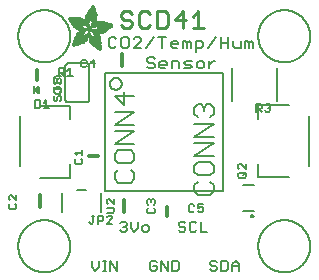
<source format=gbr>
G04 EAGLE Gerber RS-274X export*
G75*
%MOMM*%
%FSLAX34Y34*%
%LPD*%
%INSilkscreen Top*%
%IPPOS*%
%AMOC8*
5,1,8,0,0,1.08239X$1,22.5*%
G01*
%ADD10C,0.152400*%
%ADD11C,0.254000*%
%ADD12C,0.177800*%
%ADD13C,0.127000*%
%ADD14C,0.304800*%
%ADD15C,0.203200*%
%ADD16C,0.200000*%
%ADD17R,0.050800X0.006300*%
%ADD18R,0.082600X0.006400*%
%ADD19R,0.120600X0.006300*%
%ADD20R,0.139700X0.006400*%
%ADD21R,0.158800X0.006300*%
%ADD22R,0.177800X0.006400*%
%ADD23R,0.196800X0.006300*%
%ADD24R,0.215900X0.006400*%
%ADD25R,0.228600X0.006300*%
%ADD26R,0.241300X0.006400*%
%ADD27R,0.254000X0.006300*%
%ADD28R,0.266700X0.006400*%
%ADD29R,0.279400X0.006300*%
%ADD30R,0.285700X0.006400*%
%ADD31R,0.298400X0.006300*%
%ADD32R,0.311200X0.006400*%
%ADD33R,0.317500X0.006300*%
%ADD34R,0.330200X0.006400*%
%ADD35R,0.336600X0.006300*%
%ADD36R,0.349200X0.006400*%
%ADD37R,0.361900X0.006300*%
%ADD38R,0.368300X0.006400*%
%ADD39R,0.381000X0.006300*%
%ADD40R,0.387300X0.006400*%
%ADD41R,0.393700X0.006300*%
%ADD42R,0.406400X0.006400*%
%ADD43R,0.412700X0.006300*%
%ADD44R,0.419100X0.006400*%
%ADD45R,0.431800X0.006300*%
%ADD46R,0.438100X0.006400*%
%ADD47R,0.450800X0.006300*%
%ADD48R,0.457200X0.006400*%
%ADD49R,0.463500X0.006300*%
%ADD50R,0.476200X0.006400*%
%ADD51R,0.482600X0.006300*%
%ADD52R,0.488900X0.006400*%
%ADD53R,0.501600X0.006300*%
%ADD54R,0.508000X0.006400*%
%ADD55R,0.514300X0.006300*%
%ADD56R,0.527000X0.006400*%
%ADD57R,0.533400X0.006300*%
%ADD58R,0.546100X0.006400*%
%ADD59R,0.552400X0.006300*%
%ADD60R,0.558800X0.006400*%
%ADD61R,0.571500X0.006300*%
%ADD62R,0.577800X0.006400*%
%ADD63R,0.584200X0.006300*%
%ADD64R,0.596900X0.006400*%
%ADD65R,0.603200X0.006300*%
%ADD66R,0.609600X0.006400*%
%ADD67R,0.622300X0.006300*%
%ADD68R,0.628600X0.006400*%
%ADD69R,0.641300X0.006300*%
%ADD70R,0.647700X0.006400*%
%ADD71R,0.063500X0.006300*%
%ADD72R,0.654000X0.006300*%
%ADD73R,0.101600X0.006400*%
%ADD74R,0.666700X0.006400*%
%ADD75R,0.139700X0.006300*%
%ADD76R,0.673100X0.006300*%
%ADD77R,0.165100X0.006400*%
%ADD78R,0.679400X0.006400*%
%ADD79R,0.196900X0.006300*%
%ADD80R,0.692100X0.006300*%
%ADD81R,0.222200X0.006400*%
%ADD82R,0.698500X0.006400*%
%ADD83R,0.247700X0.006300*%
%ADD84R,0.704800X0.006300*%
%ADD85R,0.279400X0.006400*%
%ADD86R,0.717500X0.006400*%
%ADD87R,0.298500X0.006300*%
%ADD88R,0.723900X0.006300*%
%ADD89R,0.736600X0.006400*%
%ADD90R,0.342900X0.006300*%
%ADD91R,0.742900X0.006300*%
%ADD92R,0.374700X0.006400*%
%ADD93R,0.749300X0.006400*%
%ADD94R,0.762000X0.006300*%
%ADD95R,0.412700X0.006400*%
%ADD96R,0.768300X0.006400*%
%ADD97R,0.438100X0.006300*%
%ADD98R,0.774700X0.006300*%
%ADD99R,0.463600X0.006400*%
%ADD100R,0.787400X0.006400*%
%ADD101R,0.793700X0.006300*%
%ADD102R,0.495300X0.006400*%
%ADD103R,0.800100X0.006400*%
%ADD104R,0.520700X0.006300*%
%ADD105R,0.812800X0.006300*%
%ADD106R,0.533400X0.006400*%
%ADD107R,0.819100X0.006400*%
%ADD108R,0.558800X0.006300*%
%ADD109R,0.825500X0.006300*%
%ADD110R,0.577900X0.006400*%
%ADD111R,0.831800X0.006400*%
%ADD112R,0.596900X0.006300*%
%ADD113R,0.844500X0.006300*%
%ADD114R,0.616000X0.006400*%
%ADD115R,0.850900X0.006400*%
%ADD116R,0.635000X0.006300*%
%ADD117R,0.857200X0.006300*%
%ADD118R,0.654100X0.006400*%
%ADD119R,0.863600X0.006400*%
%ADD120R,0.666700X0.006300*%
%ADD121R,0.869900X0.006300*%
%ADD122R,0.685800X0.006400*%
%ADD123R,0.876300X0.006400*%
%ADD124R,0.882600X0.006300*%
%ADD125R,0.723900X0.006400*%
%ADD126R,0.889000X0.006400*%
%ADD127R,0.895300X0.006300*%
%ADD128R,0.755700X0.006400*%
%ADD129R,0.901700X0.006400*%
%ADD130R,0.908000X0.006300*%
%ADD131R,0.793800X0.006400*%
%ADD132R,0.914400X0.006400*%
%ADD133R,0.806400X0.006300*%
%ADD134R,0.920700X0.006300*%
%ADD135R,0.825500X0.006400*%
%ADD136R,0.927100X0.006400*%
%ADD137R,0.933400X0.006300*%
%ADD138R,0.857300X0.006400*%
%ADD139R,0.939800X0.006400*%
%ADD140R,0.870000X0.006300*%
%ADD141R,0.939800X0.006300*%
%ADD142R,0.946100X0.006400*%
%ADD143R,0.952500X0.006300*%
%ADD144R,0.908000X0.006400*%
%ADD145R,0.958800X0.006400*%
%ADD146R,0.965200X0.006300*%
%ADD147R,0.965200X0.006400*%
%ADD148R,0.971500X0.006300*%
%ADD149R,0.952500X0.006400*%
%ADD150R,0.977900X0.006400*%
%ADD151R,0.958800X0.006300*%
%ADD152R,0.984200X0.006300*%
%ADD153R,0.971500X0.006400*%
%ADD154R,0.984200X0.006400*%
%ADD155R,0.990600X0.006300*%
%ADD156R,0.984300X0.006400*%
%ADD157R,0.996900X0.006400*%
%ADD158R,0.997000X0.006300*%
%ADD159R,0.996900X0.006300*%
%ADD160R,1.003300X0.006400*%
%ADD161R,1.016000X0.006300*%
%ADD162R,1.009600X0.006300*%
%ADD163R,1.016000X0.006400*%
%ADD164R,1.009600X0.006400*%
%ADD165R,1.022300X0.006300*%
%ADD166R,1.028700X0.006400*%
%ADD167R,1.035100X0.006300*%
%ADD168R,1.047800X0.006400*%
%ADD169R,1.054100X0.006300*%
%ADD170R,1.028700X0.006300*%
%ADD171R,1.054100X0.006400*%
%ADD172R,1.035000X0.006400*%
%ADD173R,1.060400X0.006300*%
%ADD174R,1.035000X0.006300*%
%ADD175R,1.060500X0.006400*%
%ADD176R,1.041400X0.006400*%
%ADD177R,1.066800X0.006300*%
%ADD178R,1.041400X0.006300*%
%ADD179R,1.079500X0.006400*%
%ADD180R,1.047700X0.006400*%
%ADD181R,1.085900X0.006300*%
%ADD182R,1.047700X0.006300*%
%ADD183R,1.085800X0.006400*%
%ADD184R,1.092200X0.006300*%
%ADD185R,1.085900X0.006400*%
%ADD186R,1.098600X0.006300*%
%ADD187R,1.098600X0.006400*%
%ADD188R,1.060400X0.006400*%
%ADD189R,1.104900X0.006300*%
%ADD190R,1.104900X0.006400*%
%ADD191R,1.066800X0.006400*%
%ADD192R,1.111200X0.006300*%
%ADD193R,1.117600X0.006400*%
%ADD194R,1.117600X0.006300*%
%ADD195R,1.073100X0.006300*%
%ADD196R,1.073100X0.006400*%
%ADD197R,1.124000X0.006300*%
%ADD198R,1.079500X0.006300*%
%ADD199R,1.123900X0.006400*%
%ADD200R,1.130300X0.006300*%
%ADD201R,1.130300X0.006400*%
%ADD202R,1.136700X0.006400*%
%ADD203R,1.136700X0.006300*%
%ADD204R,1.085800X0.006300*%
%ADD205R,1.136600X0.006400*%
%ADD206R,1.136600X0.006300*%
%ADD207R,1.143000X0.006400*%
%ADD208R,1.143000X0.006300*%
%ADD209R,1.149400X0.006300*%
%ADD210R,1.149300X0.006300*%
%ADD211R,1.149300X0.006400*%
%ADD212R,1.149400X0.006400*%
%ADD213R,1.155700X0.006400*%
%ADD214R,1.155700X0.006300*%
%ADD215R,1.060500X0.006300*%
%ADD216R,2.197100X0.006400*%
%ADD217R,2.197100X0.006300*%
%ADD218R,2.184400X0.006300*%
%ADD219R,2.184400X0.006400*%
%ADD220R,2.171700X0.006400*%
%ADD221R,2.171700X0.006300*%
%ADD222R,1.530300X0.006400*%
%ADD223R,1.505000X0.006300*%
%ADD224R,1.492300X0.006400*%
%ADD225R,1.485900X0.006300*%
%ADD226R,0.565200X0.006300*%
%ADD227R,1.473200X0.006400*%
%ADD228R,0.565200X0.006400*%
%ADD229R,1.460500X0.006300*%
%ADD230R,1.454100X0.006400*%
%ADD231R,0.552400X0.006400*%
%ADD232R,1.441500X0.006300*%
%ADD233R,0.546100X0.006300*%
%ADD234R,1.435100X0.006400*%
%ADD235R,0.539800X0.006400*%
%ADD236R,1.428800X0.006300*%
%ADD237R,1.422400X0.006400*%
%ADD238R,1.409700X0.006300*%
%ADD239R,0.527100X0.006300*%
%ADD240R,1.403300X0.006400*%
%ADD241R,0.527100X0.006400*%
%ADD242R,1.390700X0.006300*%
%ADD243R,1.384300X0.006400*%
%ADD244R,0.520700X0.006400*%
%ADD245R,1.384300X0.006300*%
%ADD246R,0.514400X0.006300*%
%ADD247R,1.371600X0.006400*%
%ADD248R,1.365200X0.006300*%
%ADD249R,0.508000X0.006300*%
%ADD250R,1.352600X0.006400*%
%ADD251R,0.501700X0.006400*%
%ADD252R,0.711200X0.006300*%
%ADD253R,0.603300X0.006300*%
%ADD254R,0.501700X0.006300*%
%ADD255R,0.692100X0.006400*%
%ADD256R,0.571500X0.006400*%
%ADD257R,0.679400X0.006300*%
%ADD258R,0.495300X0.006300*%
%ADD259R,0.673100X0.006400*%
%ADD260R,0.666800X0.006300*%
%ADD261R,0.488900X0.006300*%
%ADD262R,0.660400X0.006400*%
%ADD263R,0.482600X0.006400*%
%ADD264R,0.476200X0.006300*%
%ADD265R,0.654000X0.006400*%
%ADD266R,0.469900X0.006400*%
%ADD267R,0.476300X0.006400*%
%ADD268R,0.647700X0.006300*%
%ADD269R,0.457200X0.006300*%
%ADD270R,0.469900X0.006300*%
%ADD271R,0.641300X0.006400*%
%ADD272R,0.444500X0.006400*%
%ADD273R,0.463600X0.006300*%
%ADD274R,0.635000X0.006400*%
%ADD275R,0.463500X0.006400*%
%ADD276R,0.393700X0.006400*%
%ADD277R,0.450800X0.006400*%
%ADD278R,0.628600X0.006300*%
%ADD279R,0.387400X0.006300*%
%ADD280R,0.450900X0.006300*%
%ADD281R,0.628700X0.006400*%
%ADD282R,0.374600X0.006400*%
%ADD283R,0.368300X0.006300*%
%ADD284R,0.438200X0.006300*%
%ADD285R,0.622300X0.006400*%
%ADD286R,0.355600X0.006400*%
%ADD287R,0.431800X0.006400*%
%ADD288R,0.349300X0.006300*%
%ADD289R,0.425400X0.006300*%
%ADD290R,0.615900X0.006300*%
%ADD291R,0.330200X0.006300*%
%ADD292R,0.419100X0.006300*%
%ADD293R,0.616000X0.006300*%
%ADD294R,0.311200X0.006300*%
%ADD295R,0.406400X0.006300*%
%ADD296R,0.615900X0.006400*%
%ADD297R,0.304800X0.006400*%
%ADD298R,0.158800X0.006400*%
%ADD299R,0.609600X0.006300*%
%ADD300R,0.292100X0.006300*%
%ADD301R,0.235000X0.006300*%
%ADD302R,0.387400X0.006400*%
%ADD303R,0.292100X0.006400*%
%ADD304R,0.336500X0.006300*%
%ADD305R,0.260400X0.006300*%
%ADD306R,0.603300X0.006400*%
%ADD307R,0.260400X0.006400*%
%ADD308R,0.362000X0.006400*%
%ADD309R,0.450900X0.006400*%
%ADD310R,0.355600X0.006300*%
%ADD311R,0.342900X0.006400*%
%ADD312R,0.514300X0.006400*%
%ADD313R,0.234900X0.006300*%
%ADD314R,0.539700X0.006300*%
%ADD315R,0.603200X0.006400*%
%ADD316R,0.234900X0.006400*%
%ADD317R,0.920700X0.006400*%
%ADD318R,0.958900X0.006400*%
%ADD319R,0.215900X0.006300*%
%ADD320R,0.209600X0.006400*%
%ADD321R,0.203200X0.006300*%
%ADD322R,1.003300X0.006300*%
%ADD323R,0.203200X0.006400*%
%ADD324R,0.196900X0.006400*%
%ADD325R,0.190500X0.006300*%
%ADD326R,0.190500X0.006400*%
%ADD327R,0.184200X0.006300*%
%ADD328R,0.590500X0.006400*%
%ADD329R,0.184200X0.006400*%
%ADD330R,0.590500X0.006300*%
%ADD331R,0.177800X0.006300*%
%ADD332R,0.584200X0.006400*%
%ADD333R,1.168400X0.006400*%
%ADD334R,0.171500X0.006300*%
%ADD335R,1.187500X0.006300*%
%ADD336R,1.200100X0.006400*%
%ADD337R,0.577800X0.006300*%
%ADD338R,1.212900X0.006300*%
%ADD339R,1.231900X0.006400*%
%ADD340R,1.250900X0.006300*%
%ADD341R,0.565100X0.006400*%
%ADD342R,0.184100X0.006400*%
%ADD343R,1.263700X0.006400*%
%ADD344R,0.565100X0.006300*%
%ADD345R,1.289100X0.006300*%
%ADD346R,1.314400X0.006400*%
%ADD347R,0.552500X0.006300*%
%ADD348R,1.568500X0.006300*%
%ADD349R,0.552500X0.006400*%
%ADD350R,1.581200X0.006400*%
%ADD351R,1.593800X0.006300*%
%ADD352R,1.606500X0.006400*%
%ADD353R,1.619300X0.006300*%
%ADD354R,0.514400X0.006400*%
%ADD355R,1.638300X0.006400*%
%ADD356R,1.657300X0.006300*%
%ADD357R,2.209800X0.006400*%
%ADD358R,2.425700X0.006300*%
%ADD359R,2.470100X0.006400*%
%ADD360R,2.501900X0.006300*%
%ADD361R,2.533700X0.006400*%
%ADD362R,2.559000X0.006300*%
%ADD363R,2.584500X0.006400*%
%ADD364R,2.609900X0.006300*%
%ADD365R,2.628900X0.006400*%
%ADD366R,2.660600X0.006300*%
%ADD367R,2.673400X0.006400*%
%ADD368R,1.422400X0.006300*%
%ADD369R,1.200200X0.006300*%
%ADD370R,1.365300X0.006300*%
%ADD371R,1.365300X0.006400*%
%ADD372R,1.352500X0.006300*%
%ADD373R,1.098500X0.006300*%
%ADD374R,1.358900X0.006400*%
%ADD375R,1.352600X0.006300*%
%ADD376R,1.358900X0.006300*%
%ADD377R,1.371600X0.006300*%
%ADD378R,1.377900X0.006400*%
%ADD379R,1.397000X0.006400*%
%ADD380R,1.403300X0.006300*%
%ADD381R,0.914400X0.006300*%
%ADD382R,0.876300X0.006300*%
%ADD383R,0.374600X0.006300*%
%ADD384R,1.073200X0.006400*%
%ADD385R,0.374700X0.006300*%
%ADD386R,0.844600X0.006400*%
%ADD387R,0.844600X0.006300*%
%ADD388R,0.831900X0.006400*%
%ADD389R,1.092200X0.006400*%
%ADD390R,0.400000X0.006300*%
%ADD391R,0.819200X0.006400*%
%ADD392R,1.111300X0.006400*%
%ADD393R,0.812800X0.006400*%
%ADD394R,0.800100X0.006300*%
%ADD395R,0.476300X0.006300*%
%ADD396R,1.181100X0.006300*%
%ADD397R,0.501600X0.006400*%
%ADD398R,1.193800X0.006400*%
%ADD399R,0.781000X0.006400*%
%ADD400R,1.238200X0.006400*%
%ADD401R,0.781100X0.006300*%
%ADD402R,1.257300X0.006300*%
%ADD403R,1.295400X0.006400*%
%ADD404R,1.333500X0.006300*%
%ADD405R,0.774700X0.006400*%
%ADD406R,1.866900X0.006400*%
%ADD407R,0.209600X0.006300*%
%ADD408R,1.866900X0.006300*%
%ADD409R,0.768400X0.006400*%
%ADD410R,0.209500X0.006400*%
%ADD411R,1.860600X0.006400*%
%ADD412R,0.762000X0.006400*%
%ADD413R,0.768400X0.006300*%
%ADD414R,1.860600X0.006300*%
%ADD415R,1.860500X0.006400*%
%ADD416R,0.222300X0.006300*%
%ADD417R,1.854200X0.006300*%
%ADD418R,0.235000X0.006400*%
%ADD419R,1.854200X0.006400*%
%ADD420R,0.768300X0.006300*%
%ADD421R,0.260300X0.006400*%
%ADD422R,1.847800X0.006400*%
%ADD423R,0.266700X0.006300*%
%ADD424R,1.847800X0.006300*%
%ADD425R,0.273100X0.006400*%
%ADD426R,1.841500X0.006400*%
%ADD427R,0.285800X0.006300*%
%ADD428R,1.841500X0.006300*%
%ADD429R,0.298500X0.006400*%
%ADD430R,1.835100X0.006400*%
%ADD431R,0.781000X0.006300*%
%ADD432R,0.304800X0.006300*%
%ADD433R,1.835100X0.006300*%
%ADD434R,0.317500X0.006400*%
%ADD435R,1.828800X0.006400*%
%ADD436R,0.787400X0.006300*%
%ADD437R,0.323800X0.006300*%
%ADD438R,1.828800X0.006300*%
%ADD439R,0.793700X0.006400*%
%ADD440R,1.822400X0.006400*%
%ADD441R,0.806500X0.006300*%
%ADD442R,1.822400X0.006300*%
%ADD443R,1.816100X0.006400*%
%ADD444R,0.819100X0.006300*%
%ADD445R,0.387300X0.006300*%
%ADD446R,1.816100X0.006300*%
%ADD447R,1.809800X0.006400*%
%ADD448R,1.803400X0.006300*%
%ADD449R,1.797000X0.006400*%
%ADD450R,0.901700X0.006300*%
%ADD451R,1.797000X0.006300*%
%ADD452R,1.441400X0.006400*%
%ADD453R,1.790700X0.006400*%
%ADD454R,1.447800X0.006300*%
%ADD455R,1.784300X0.006300*%
%ADD456R,1.447800X0.006400*%
%ADD457R,1.784300X0.006400*%
%ADD458R,1.454100X0.006300*%
%ADD459R,1.771700X0.006300*%
%ADD460R,1.460500X0.006400*%
%ADD461R,1.759000X0.006400*%
%ADD462R,1.466800X0.006300*%
%ADD463R,1.752600X0.006300*%
%ADD464R,1.466800X0.006400*%
%ADD465R,1.739900X0.006400*%
%ADD466R,1.473200X0.006300*%
%ADD467R,1.727200X0.006300*%
%ADD468R,1.479500X0.006400*%
%ADD469R,1.714500X0.006400*%
%ADD470R,1.695400X0.006300*%
%ADD471R,1.485900X0.006400*%
%ADD472R,1.682700X0.006400*%
%ADD473R,1.492200X0.006300*%
%ADD474R,1.663700X0.006300*%
%ADD475R,1.498600X0.006400*%
%ADD476R,1.644600X0.006400*%
%ADD477R,1.498600X0.006300*%
%ADD478R,1.619200X0.006300*%
%ADD479R,1.511300X0.006400*%
%ADD480R,1.600200X0.006400*%
%ADD481R,1.517700X0.006300*%
%ADD482R,1.574800X0.006300*%
%ADD483R,1.524000X0.006400*%
%ADD484R,1.555800X0.006400*%
%ADD485R,1.524000X0.006300*%
%ADD486R,1.536700X0.006300*%
%ADD487R,1.530400X0.006400*%
%ADD488R,1.517700X0.006400*%
%ADD489R,1.492300X0.006300*%
%ADD490R,1.549400X0.006400*%
%ADD491R,1.479600X0.006400*%
%ADD492R,1.549400X0.006300*%
%ADD493R,1.555700X0.006400*%
%ADD494R,1.562100X0.006300*%
%ADD495R,0.323900X0.006300*%
%ADD496R,1.568400X0.006400*%
%ADD497R,0.336600X0.006400*%
%ADD498R,1.587500X0.006300*%
%ADD499R,0.971600X0.006300*%
%ADD500R,0.349300X0.006400*%
%ADD501R,1.600200X0.006300*%
%ADD502R,0.920800X0.006300*%
%ADD503R,0.882700X0.006400*%
%ADD504R,1.612900X0.006300*%
%ADD505R,0.362000X0.006300*%
%ADD506R,1.625600X0.006400*%
%ADD507R,1.625600X0.006300*%
%ADD508R,1.644600X0.006300*%
%ADD509R,0.736600X0.006300*%
%ADD510R,0.717600X0.006400*%
%ADD511R,1.657400X0.006300*%
%ADD512R,0.679500X0.006300*%
%ADD513R,1.663700X0.006400*%
%ADD514R,0.400000X0.006400*%
%ADD515R,1.676400X0.006300*%
%ADD516R,1.676400X0.006400*%
%ADD517R,0.425500X0.006400*%
%ADD518R,1.352500X0.006400*%
%ADD519R,0.444500X0.006300*%
%ADD520R,0.361900X0.006400*%
%ADD521R,0.088900X0.006300*%
%ADD522R,1.009700X0.006300*%
%ADD523R,1.009700X0.006400*%
%ADD524R,1.022300X0.006400*%
%ADD525R,1.346200X0.006400*%
%ADD526R,1.346200X0.006300*%
%ADD527R,1.339900X0.006400*%
%ADD528R,1.035100X0.006400*%
%ADD529R,1.339800X0.006300*%
%ADD530R,1.333500X0.006400*%
%ADD531R,1.327200X0.006400*%
%ADD532R,1.320800X0.006300*%
%ADD533R,1.314500X0.006400*%
%ADD534R,1.314400X0.006300*%
%ADD535R,1.301700X0.006400*%
%ADD536R,1.295400X0.006300*%
%ADD537R,1.289000X0.006400*%
%ADD538R,1.276300X0.006300*%
%ADD539R,1.251000X0.006300*%
%ADD540R,1.244600X0.006400*%
%ADD541R,1.231900X0.006300*%
%ADD542R,1.212800X0.006400*%
%ADD543R,1.200100X0.006300*%
%ADD544R,1.187400X0.006400*%
%ADD545R,1.168400X0.006300*%
%ADD546R,1.047800X0.006300*%
%ADD547R,0.977900X0.006300*%
%ADD548R,0.946200X0.006400*%
%ADD549R,0.933400X0.006400*%
%ADD550R,0.895300X0.006400*%
%ADD551R,0.882700X0.006300*%
%ADD552R,0.863600X0.006300*%
%ADD553R,0.857200X0.006400*%
%ADD554R,0.850900X0.006300*%
%ADD555R,0.838200X0.006300*%
%ADD556R,0.806500X0.006400*%
%ADD557R,0.717600X0.006300*%
%ADD558R,0.711200X0.006400*%
%ADD559R,0.641400X0.006400*%
%ADD560R,0.641400X0.006300*%
%ADD561R,0.628700X0.006300*%
%ADD562R,0.590600X0.006300*%
%ADD563R,0.539700X0.006400*%
%ADD564R,0.285700X0.006300*%
%ADD565R,0.222200X0.006300*%
%ADD566R,0.171400X0.006300*%
%ADD567R,0.152400X0.006400*%
%ADD568R,0.133400X0.006300*%
%ADD569R,0.127000X0.762000*%

G36*
X20838Y154183D02*
X20838Y154183D01*
X20867Y154180D01*
X20959Y154200D01*
X21052Y154213D01*
X21079Y154226D01*
X21108Y154232D01*
X21188Y154280D01*
X21272Y154322D01*
X21293Y154343D01*
X21319Y154358D01*
X21380Y154430D01*
X21446Y154496D01*
X21459Y154522D01*
X21479Y154545D01*
X21514Y154632D01*
X21556Y154716D01*
X21560Y154746D01*
X21571Y154773D01*
X21589Y154940D01*
X21589Y160020D01*
X21584Y160049D01*
X21587Y160079D01*
X21565Y160170D01*
X21550Y160263D01*
X21536Y160289D01*
X21529Y160318D01*
X21478Y160397D01*
X21434Y160480D01*
X21413Y160501D01*
X21397Y160526D01*
X21324Y160585D01*
X21256Y160650D01*
X21229Y160662D01*
X21206Y160681D01*
X21118Y160714D01*
X21033Y160753D01*
X21003Y160756D01*
X20976Y160767D01*
X20882Y160770D01*
X20789Y160780D01*
X20759Y160774D01*
X20730Y160775D01*
X20640Y160748D01*
X20548Y160728D01*
X20523Y160713D01*
X20494Y160704D01*
X20352Y160614D01*
X17177Y158074D01*
X17108Y157997D01*
X17035Y157924D01*
X17026Y157907D01*
X17013Y157892D01*
X16971Y157796D01*
X16925Y157704D01*
X16923Y157684D01*
X16915Y157666D01*
X16906Y157563D01*
X16892Y157460D01*
X16896Y157441D01*
X16894Y157421D01*
X16919Y157320D01*
X16938Y157218D01*
X16948Y157201D01*
X16952Y157182D01*
X17008Y157095D01*
X17059Y157004D01*
X17076Y156987D01*
X17084Y156974D01*
X17109Y156954D01*
X17177Y156886D01*
X20352Y154346D01*
X20378Y154331D01*
X20400Y154311D01*
X20485Y154271D01*
X20567Y154225D01*
X20596Y154219D01*
X20623Y154207D01*
X20716Y154197D01*
X20808Y154179D01*
X20838Y154183D01*
G37*
D10*
X65758Y13215D02*
X65758Y7453D01*
X68640Y4572D01*
X71521Y7453D01*
X71521Y13215D01*
X75114Y4572D02*
X77995Y4572D01*
X76554Y4572D02*
X76554Y13215D01*
X75114Y13215D02*
X77995Y13215D01*
X81350Y13215D02*
X81350Y4572D01*
X87113Y4572D02*
X81350Y13215D01*
X87113Y13215D02*
X87113Y4572D01*
X89599Y44795D02*
X91040Y46235D01*
X93921Y46235D01*
X95361Y44795D01*
X95361Y43354D01*
X93921Y41914D01*
X92480Y41914D01*
X93921Y41914D02*
X95361Y40473D01*
X95361Y39033D01*
X93921Y37592D01*
X91040Y37592D01*
X89599Y39033D01*
X98954Y40473D02*
X98954Y46235D01*
X98954Y40473D02*
X101836Y37592D01*
X104717Y40473D01*
X104717Y46235D01*
X109750Y37592D02*
X112631Y37592D01*
X114072Y39033D01*
X114072Y41914D01*
X112631Y43354D01*
X109750Y43354D01*
X108310Y41914D01*
X108310Y39033D01*
X109750Y37592D01*
X119321Y13215D02*
X120761Y11775D01*
X119321Y13215D02*
X116440Y13215D01*
X114999Y11775D01*
X114999Y6013D01*
X116440Y4572D01*
X119321Y4572D01*
X120761Y6013D01*
X120761Y8894D01*
X117880Y8894D01*
X124354Y13215D02*
X124354Y4572D01*
X130117Y4572D02*
X124354Y13215D01*
X130117Y13215D02*
X130117Y4572D01*
X133710Y4572D02*
X133710Y13215D01*
X133710Y4572D02*
X138031Y4572D01*
X139472Y6013D01*
X139472Y11775D01*
X138031Y13215D01*
X133710Y13215D01*
X144891Y44795D02*
X143451Y46235D01*
X140570Y46235D01*
X139129Y44795D01*
X139129Y43354D01*
X140570Y41914D01*
X143451Y41914D01*
X144891Y40473D01*
X144891Y39033D01*
X143451Y37592D01*
X140570Y37592D01*
X139129Y39033D01*
X152806Y46235D02*
X154247Y44795D01*
X152806Y46235D02*
X149925Y46235D01*
X148484Y44795D01*
X148484Y39033D01*
X149925Y37592D01*
X152806Y37592D01*
X154247Y39033D01*
X157840Y37592D02*
X157840Y46235D01*
X157840Y37592D02*
X163602Y37592D01*
X170121Y13215D02*
X171561Y11775D01*
X170121Y13215D02*
X167240Y13215D01*
X165799Y11775D01*
X165799Y10334D01*
X167240Y8894D01*
X170121Y8894D01*
X171561Y7453D01*
X171561Y6013D01*
X170121Y4572D01*
X167240Y4572D01*
X165799Y6013D01*
X175154Y4572D02*
X175154Y13215D01*
X175154Y4572D02*
X179476Y4572D01*
X180917Y6013D01*
X180917Y11775D01*
X179476Y13215D01*
X175154Y13215D01*
X184510Y10334D02*
X184510Y4572D01*
X184510Y10334D02*
X187391Y13215D01*
X190272Y10334D01*
X190272Y4572D01*
X190272Y8894D02*
X184510Y8894D01*
D11*
X99586Y221837D02*
X97256Y224167D01*
X92595Y224167D01*
X90265Y221837D01*
X90265Y219506D01*
X92595Y217176D01*
X97256Y217176D01*
X99586Y214846D01*
X99586Y212515D01*
X97256Y210185D01*
X92595Y210185D01*
X90265Y212515D01*
X112458Y224167D02*
X114788Y221837D01*
X112458Y224167D02*
X107797Y224167D01*
X105467Y221837D01*
X105467Y212515D01*
X107797Y210185D01*
X112458Y210185D01*
X114788Y212515D01*
X120669Y210185D02*
X120669Y224167D01*
X120669Y210185D02*
X127660Y210185D01*
X129990Y212515D01*
X129990Y221837D01*
X127660Y224167D01*
X120669Y224167D01*
X142862Y224167D02*
X142862Y210185D01*
X135871Y217176D02*
X142862Y224167D01*
X145192Y217176D02*
X135871Y217176D01*
X151073Y219506D02*
X155734Y224167D01*
X155734Y210185D01*
X151073Y210185D02*
X160395Y210185D01*
D12*
X86422Y201027D02*
X84812Y202637D01*
X81591Y202637D01*
X79981Y201027D01*
X79981Y194587D01*
X81591Y192977D01*
X84812Y192977D01*
X86422Y194587D01*
X92116Y202637D02*
X95336Y202637D01*
X92116Y202637D02*
X90506Y201027D01*
X90506Y194587D01*
X92116Y192977D01*
X95336Y192977D01*
X96946Y194587D01*
X96946Y201027D01*
X95336Y202637D01*
X101031Y192977D02*
X107471Y192977D01*
X101031Y192977D02*
X107471Y199417D01*
X107471Y201027D01*
X105861Y202637D01*
X102641Y202637D01*
X101031Y201027D01*
X111555Y192977D02*
X117995Y202637D01*
X125300Y202637D02*
X125300Y192977D01*
X122080Y202637D02*
X128520Y202637D01*
X134214Y192977D02*
X137435Y192977D01*
X134214Y192977D02*
X132604Y194587D01*
X132604Y197807D01*
X134214Y199417D01*
X137435Y199417D01*
X139045Y197807D01*
X139045Y196197D01*
X132604Y196197D01*
X143129Y192977D02*
X143129Y199417D01*
X144739Y199417D01*
X146349Y197807D01*
X146349Y192977D01*
X146349Y197807D02*
X147959Y199417D01*
X149569Y197807D01*
X149569Y192977D01*
X153654Y189756D02*
X153654Y199417D01*
X158484Y199417D01*
X160094Y197807D01*
X160094Y194587D01*
X158484Y192977D01*
X153654Y192977D01*
X164178Y192977D02*
X170618Y202637D01*
X174703Y202637D02*
X174703Y192977D01*
X174703Y197807D02*
X181143Y197807D01*
X181143Y202637D02*
X181143Y192977D01*
X185227Y194587D02*
X185227Y199417D01*
X185227Y194587D02*
X186837Y192977D01*
X191668Y192977D01*
X191668Y199417D01*
X195752Y199417D02*
X195752Y192977D01*
X195752Y199417D02*
X197362Y199417D01*
X198972Y197807D01*
X198972Y192977D01*
X198972Y197807D02*
X200582Y199417D01*
X202192Y197807D01*
X202192Y192977D01*
X118872Y183882D02*
X117262Y185492D01*
X114042Y185492D01*
X112432Y183882D01*
X112432Y182272D01*
X114042Y180662D01*
X117262Y180662D01*
X118872Y179052D01*
X118872Y177442D01*
X117262Y175832D01*
X114042Y175832D01*
X112432Y177442D01*
X124567Y175832D02*
X127787Y175832D01*
X124567Y175832D02*
X122957Y177442D01*
X122957Y180662D01*
X124567Y182272D01*
X127787Y182272D01*
X129397Y180662D01*
X129397Y179052D01*
X122957Y179052D01*
X133481Y175832D02*
X133481Y182272D01*
X138312Y182272D01*
X139922Y180662D01*
X139922Y175832D01*
X144006Y175832D02*
X148836Y175832D01*
X150446Y177442D01*
X148836Y179052D01*
X145616Y179052D01*
X144006Y180662D01*
X145616Y182272D01*
X150446Y182272D01*
X156141Y175832D02*
X159361Y175832D01*
X160971Y177442D01*
X160971Y180662D01*
X159361Y182272D01*
X156141Y182272D01*
X154531Y180662D01*
X154531Y177442D01*
X156141Y175832D01*
X165055Y175832D02*
X165055Y182272D01*
X165055Y179052D02*
X168275Y182272D01*
X169885Y182272D01*
D13*
X40005Y158754D02*
X40005Y155788D01*
X40005Y158754D02*
X38522Y160237D01*
X35556Y160237D01*
X34073Y158754D01*
X34073Y155788D01*
X35556Y154305D01*
X38522Y154305D01*
X40005Y155788D01*
X40005Y163660D02*
X34073Y163660D01*
X34073Y168109D01*
X35556Y169592D01*
X40005Y169592D01*
D14*
X21590Y68580D02*
X21590Y58420D01*
D10*
X-3730Y61048D02*
X-4832Y59947D01*
X-4832Y57744D01*
X-3730Y56642D01*
X676Y56642D01*
X1778Y57744D01*
X1778Y59947D01*
X676Y61048D01*
X1778Y64126D02*
X1778Y68533D01*
X-2628Y68533D02*
X1778Y64126D01*
X-2628Y68533D02*
X-3730Y68533D01*
X-4832Y67431D01*
X-4832Y65228D01*
X-3730Y64126D01*
D15*
X40650Y70230D02*
X40650Y54230D01*
X73650Y54230D02*
X73650Y70230D01*
X61150Y72730D02*
X53150Y72730D01*
D10*
X78226Y53644D02*
X83734Y53644D01*
X84836Y54745D01*
X84836Y56949D01*
X83734Y58050D01*
X78226Y58050D01*
X84836Y61128D02*
X84836Y65534D01*
X84836Y61128D02*
X80430Y65534D01*
X79328Y65534D01*
X78226Y64433D01*
X78226Y62229D01*
X79328Y61128D01*
D14*
X92710Y64770D02*
X92710Y54610D01*
D10*
X112516Y56409D02*
X113618Y57510D01*
X112516Y56409D02*
X112516Y54205D01*
X113618Y53104D01*
X118024Y53104D01*
X119126Y54205D01*
X119126Y56409D01*
X118024Y57510D01*
X113618Y60588D02*
X112516Y61689D01*
X112516Y63893D01*
X113618Y64994D01*
X114720Y64994D01*
X115821Y63893D01*
X115821Y62791D01*
X115821Y63893D02*
X116923Y64994D01*
X118024Y64994D01*
X119126Y63893D01*
X119126Y61689D01*
X118024Y60588D01*
D14*
X71310Y101600D02*
X63310Y101600D01*
D10*
X52150Y99148D02*
X51048Y98047D01*
X51048Y95844D01*
X52150Y94742D01*
X56556Y94742D01*
X57658Y95844D01*
X57658Y98047D01*
X56556Y99148D01*
X53252Y102226D02*
X51048Y104429D01*
X57658Y104429D01*
X57658Y102226D02*
X57658Y106633D01*
D15*
X184200Y148560D02*
X184200Y176560D01*
X222200Y176560D02*
X222200Y148560D01*
D10*
X204994Y145804D02*
X204994Y139194D01*
X204994Y145804D02*
X208299Y145804D01*
X209400Y144702D01*
X209400Y142499D01*
X208299Y141397D01*
X204994Y141397D01*
X207197Y141397D02*
X209400Y139194D01*
X212478Y144702D02*
X213579Y145804D01*
X215783Y145804D01*
X216884Y144702D01*
X216884Y143600D01*
X215783Y142499D01*
X214681Y142499D01*
X215783Y142499D02*
X216884Y141397D01*
X216884Y140296D01*
X215783Y139194D01*
X213579Y139194D01*
X212478Y140296D01*
D15*
X202620Y55040D02*
X193620Y55040D01*
X193620Y77040D02*
X202620Y77040D01*
X200620Y51040D02*
X200622Y51103D01*
X200628Y51165D01*
X200638Y51227D01*
X200651Y51289D01*
X200669Y51349D01*
X200690Y51408D01*
X200715Y51466D01*
X200744Y51522D01*
X200776Y51576D01*
X200811Y51628D01*
X200849Y51677D01*
X200891Y51725D01*
X200935Y51769D01*
X200983Y51811D01*
X201032Y51849D01*
X201084Y51884D01*
X201138Y51916D01*
X201194Y51945D01*
X201252Y51970D01*
X201311Y51991D01*
X201371Y52009D01*
X201433Y52022D01*
X201495Y52032D01*
X201557Y52038D01*
X201620Y52040D01*
X201683Y52038D01*
X201745Y52032D01*
X201807Y52022D01*
X201869Y52009D01*
X201929Y51991D01*
X201988Y51970D01*
X202046Y51945D01*
X202102Y51916D01*
X202156Y51884D01*
X202208Y51849D01*
X202257Y51811D01*
X202305Y51769D01*
X202349Y51725D01*
X202391Y51677D01*
X202429Y51628D01*
X202464Y51576D01*
X202496Y51522D01*
X202525Y51466D01*
X202550Y51408D01*
X202571Y51349D01*
X202589Y51289D01*
X202602Y51227D01*
X202612Y51165D01*
X202618Y51103D01*
X202620Y51040D01*
X202618Y50977D01*
X202612Y50915D01*
X202602Y50853D01*
X202589Y50791D01*
X202571Y50731D01*
X202550Y50672D01*
X202525Y50614D01*
X202496Y50558D01*
X202464Y50504D01*
X202429Y50452D01*
X202391Y50403D01*
X202349Y50355D01*
X202305Y50311D01*
X202257Y50269D01*
X202208Y50231D01*
X202156Y50196D01*
X202102Y50164D01*
X202046Y50135D01*
X201988Y50110D01*
X201929Y50089D01*
X201869Y50071D01*
X201807Y50058D01*
X201745Y50048D01*
X201683Y50042D01*
X201620Y50040D01*
X201557Y50042D01*
X201495Y50048D01*
X201433Y50058D01*
X201371Y50071D01*
X201311Y50089D01*
X201252Y50110D01*
X201194Y50135D01*
X201138Y50164D01*
X201084Y50196D01*
X201032Y50231D01*
X200983Y50269D01*
X200935Y50311D01*
X200891Y50355D01*
X200849Y50403D01*
X200811Y50452D01*
X200776Y50504D01*
X200744Y50558D01*
X200715Y50614D01*
X200690Y50672D01*
X200669Y50731D01*
X200651Y50791D01*
X200638Y50853D01*
X200628Y50915D01*
X200622Y50977D01*
X200620Y51040D01*
D10*
X194986Y83312D02*
X190580Y83312D01*
X189478Y84414D01*
X189478Y86617D01*
X190580Y87718D01*
X194986Y87718D01*
X196088Y86617D01*
X196088Y84414D01*
X194986Y83312D01*
X193885Y85515D02*
X196088Y87718D01*
X196088Y90796D02*
X196088Y95203D01*
X191682Y95203D02*
X196088Y90796D01*
X191682Y95203D02*
X190580Y95203D01*
X189478Y94101D01*
X189478Y91898D01*
X190580Y90796D01*
D16*
X3400Y203200D02*
X3407Y203740D01*
X3426Y204279D01*
X3460Y204818D01*
X3506Y205356D01*
X3565Y205893D01*
X3638Y206428D01*
X3724Y206961D01*
X3823Y207492D01*
X3935Y208020D01*
X4059Y208546D01*
X4197Y209068D01*
X4347Y209586D01*
X4510Y210101D01*
X4686Y210612D01*
X4874Y211118D01*
X5075Y211619D01*
X5287Y212115D01*
X5512Y212606D01*
X5749Y213091D01*
X5998Y213571D01*
X6258Y214044D01*
X6530Y214510D01*
X6813Y214970D01*
X7108Y215423D01*
X7413Y215868D01*
X7729Y216305D01*
X8056Y216735D01*
X8394Y217157D01*
X8741Y217570D01*
X9099Y217974D01*
X9467Y218370D01*
X9844Y218756D01*
X10230Y219133D01*
X10626Y219501D01*
X11030Y219859D01*
X11443Y220206D01*
X11865Y220544D01*
X12295Y220871D01*
X12732Y221187D01*
X13177Y221492D01*
X13630Y221787D01*
X14090Y222070D01*
X14556Y222342D01*
X15029Y222602D01*
X15509Y222851D01*
X15994Y223088D01*
X16485Y223313D01*
X16981Y223525D01*
X17482Y223726D01*
X17988Y223914D01*
X18499Y224090D01*
X19014Y224253D01*
X19532Y224403D01*
X20054Y224541D01*
X20580Y224665D01*
X21108Y224777D01*
X21639Y224876D01*
X22172Y224962D01*
X22707Y225035D01*
X23244Y225094D01*
X23782Y225140D01*
X24321Y225174D01*
X24860Y225193D01*
X25400Y225200D01*
X25940Y225193D01*
X26479Y225174D01*
X27018Y225140D01*
X27556Y225094D01*
X28093Y225035D01*
X28628Y224962D01*
X29161Y224876D01*
X29692Y224777D01*
X30220Y224665D01*
X30746Y224541D01*
X31268Y224403D01*
X31786Y224253D01*
X32301Y224090D01*
X32812Y223914D01*
X33318Y223726D01*
X33819Y223525D01*
X34315Y223313D01*
X34806Y223088D01*
X35291Y222851D01*
X35771Y222602D01*
X36244Y222342D01*
X36710Y222070D01*
X37170Y221787D01*
X37623Y221492D01*
X38068Y221187D01*
X38505Y220871D01*
X38935Y220544D01*
X39357Y220206D01*
X39770Y219859D01*
X40174Y219501D01*
X40570Y219133D01*
X40956Y218756D01*
X41333Y218370D01*
X41701Y217974D01*
X42059Y217570D01*
X42406Y217157D01*
X42744Y216735D01*
X43071Y216305D01*
X43387Y215868D01*
X43692Y215423D01*
X43987Y214970D01*
X44270Y214510D01*
X44542Y214044D01*
X44802Y213571D01*
X45051Y213091D01*
X45288Y212606D01*
X45513Y212115D01*
X45725Y211619D01*
X45926Y211118D01*
X46114Y210612D01*
X46290Y210101D01*
X46453Y209586D01*
X46603Y209068D01*
X46741Y208546D01*
X46865Y208020D01*
X46977Y207492D01*
X47076Y206961D01*
X47162Y206428D01*
X47235Y205893D01*
X47294Y205356D01*
X47340Y204818D01*
X47374Y204279D01*
X47393Y203740D01*
X47400Y203200D01*
X47393Y202660D01*
X47374Y202121D01*
X47340Y201582D01*
X47294Y201044D01*
X47235Y200507D01*
X47162Y199972D01*
X47076Y199439D01*
X46977Y198908D01*
X46865Y198380D01*
X46741Y197854D01*
X46603Y197332D01*
X46453Y196814D01*
X46290Y196299D01*
X46114Y195788D01*
X45926Y195282D01*
X45725Y194781D01*
X45513Y194285D01*
X45288Y193794D01*
X45051Y193309D01*
X44802Y192829D01*
X44542Y192356D01*
X44270Y191890D01*
X43987Y191430D01*
X43692Y190977D01*
X43387Y190532D01*
X43071Y190095D01*
X42744Y189665D01*
X42406Y189243D01*
X42059Y188830D01*
X41701Y188426D01*
X41333Y188030D01*
X40956Y187644D01*
X40570Y187267D01*
X40174Y186899D01*
X39770Y186541D01*
X39357Y186194D01*
X38935Y185856D01*
X38505Y185529D01*
X38068Y185213D01*
X37623Y184908D01*
X37170Y184613D01*
X36710Y184330D01*
X36244Y184058D01*
X35771Y183798D01*
X35291Y183549D01*
X34806Y183312D01*
X34315Y183087D01*
X33819Y182875D01*
X33318Y182674D01*
X32812Y182486D01*
X32301Y182310D01*
X31786Y182147D01*
X31268Y181997D01*
X30746Y181859D01*
X30220Y181735D01*
X29692Y181623D01*
X29161Y181524D01*
X28628Y181438D01*
X28093Y181365D01*
X27556Y181306D01*
X27018Y181260D01*
X26479Y181226D01*
X25940Y181207D01*
X25400Y181200D01*
X24860Y181207D01*
X24321Y181226D01*
X23782Y181260D01*
X23244Y181306D01*
X22707Y181365D01*
X22172Y181438D01*
X21639Y181524D01*
X21108Y181623D01*
X20580Y181735D01*
X20054Y181859D01*
X19532Y181997D01*
X19014Y182147D01*
X18499Y182310D01*
X17988Y182486D01*
X17482Y182674D01*
X16981Y182875D01*
X16485Y183087D01*
X15994Y183312D01*
X15509Y183549D01*
X15029Y183798D01*
X14556Y184058D01*
X14090Y184330D01*
X13630Y184613D01*
X13177Y184908D01*
X12732Y185213D01*
X12295Y185529D01*
X11865Y185856D01*
X11443Y186194D01*
X11030Y186541D01*
X10626Y186899D01*
X10230Y187267D01*
X9844Y187644D01*
X9467Y188030D01*
X9099Y188426D01*
X8741Y188830D01*
X8394Y189243D01*
X8056Y189665D01*
X7729Y190095D01*
X7413Y190532D01*
X7108Y190977D01*
X6813Y191430D01*
X6530Y191890D01*
X6258Y192356D01*
X5998Y192829D01*
X5749Y193309D01*
X5512Y193794D01*
X5287Y194285D01*
X5075Y194781D01*
X4874Y195282D01*
X4686Y195788D01*
X4510Y196299D01*
X4347Y196814D01*
X4197Y197332D01*
X4059Y197854D01*
X3935Y198380D01*
X3823Y198908D01*
X3724Y199439D01*
X3638Y199972D01*
X3565Y200507D01*
X3506Y201044D01*
X3460Y201582D01*
X3426Y202121D01*
X3407Y202660D01*
X3400Y203200D01*
X206600Y203200D02*
X206607Y203740D01*
X206626Y204279D01*
X206660Y204818D01*
X206706Y205356D01*
X206765Y205893D01*
X206838Y206428D01*
X206924Y206961D01*
X207023Y207492D01*
X207135Y208020D01*
X207259Y208546D01*
X207397Y209068D01*
X207547Y209586D01*
X207710Y210101D01*
X207886Y210612D01*
X208074Y211118D01*
X208275Y211619D01*
X208487Y212115D01*
X208712Y212606D01*
X208949Y213091D01*
X209198Y213571D01*
X209458Y214044D01*
X209730Y214510D01*
X210013Y214970D01*
X210308Y215423D01*
X210613Y215868D01*
X210929Y216305D01*
X211256Y216735D01*
X211594Y217157D01*
X211941Y217570D01*
X212299Y217974D01*
X212667Y218370D01*
X213044Y218756D01*
X213430Y219133D01*
X213826Y219501D01*
X214230Y219859D01*
X214643Y220206D01*
X215065Y220544D01*
X215495Y220871D01*
X215932Y221187D01*
X216377Y221492D01*
X216830Y221787D01*
X217290Y222070D01*
X217756Y222342D01*
X218229Y222602D01*
X218709Y222851D01*
X219194Y223088D01*
X219685Y223313D01*
X220181Y223525D01*
X220682Y223726D01*
X221188Y223914D01*
X221699Y224090D01*
X222214Y224253D01*
X222732Y224403D01*
X223254Y224541D01*
X223780Y224665D01*
X224308Y224777D01*
X224839Y224876D01*
X225372Y224962D01*
X225907Y225035D01*
X226444Y225094D01*
X226982Y225140D01*
X227521Y225174D01*
X228060Y225193D01*
X228600Y225200D01*
X229140Y225193D01*
X229679Y225174D01*
X230218Y225140D01*
X230756Y225094D01*
X231293Y225035D01*
X231828Y224962D01*
X232361Y224876D01*
X232892Y224777D01*
X233420Y224665D01*
X233946Y224541D01*
X234468Y224403D01*
X234986Y224253D01*
X235501Y224090D01*
X236012Y223914D01*
X236518Y223726D01*
X237019Y223525D01*
X237515Y223313D01*
X238006Y223088D01*
X238491Y222851D01*
X238971Y222602D01*
X239444Y222342D01*
X239910Y222070D01*
X240370Y221787D01*
X240823Y221492D01*
X241268Y221187D01*
X241705Y220871D01*
X242135Y220544D01*
X242557Y220206D01*
X242970Y219859D01*
X243374Y219501D01*
X243770Y219133D01*
X244156Y218756D01*
X244533Y218370D01*
X244901Y217974D01*
X245259Y217570D01*
X245606Y217157D01*
X245944Y216735D01*
X246271Y216305D01*
X246587Y215868D01*
X246892Y215423D01*
X247187Y214970D01*
X247470Y214510D01*
X247742Y214044D01*
X248002Y213571D01*
X248251Y213091D01*
X248488Y212606D01*
X248713Y212115D01*
X248925Y211619D01*
X249126Y211118D01*
X249314Y210612D01*
X249490Y210101D01*
X249653Y209586D01*
X249803Y209068D01*
X249941Y208546D01*
X250065Y208020D01*
X250177Y207492D01*
X250276Y206961D01*
X250362Y206428D01*
X250435Y205893D01*
X250494Y205356D01*
X250540Y204818D01*
X250574Y204279D01*
X250593Y203740D01*
X250600Y203200D01*
X250593Y202660D01*
X250574Y202121D01*
X250540Y201582D01*
X250494Y201044D01*
X250435Y200507D01*
X250362Y199972D01*
X250276Y199439D01*
X250177Y198908D01*
X250065Y198380D01*
X249941Y197854D01*
X249803Y197332D01*
X249653Y196814D01*
X249490Y196299D01*
X249314Y195788D01*
X249126Y195282D01*
X248925Y194781D01*
X248713Y194285D01*
X248488Y193794D01*
X248251Y193309D01*
X248002Y192829D01*
X247742Y192356D01*
X247470Y191890D01*
X247187Y191430D01*
X246892Y190977D01*
X246587Y190532D01*
X246271Y190095D01*
X245944Y189665D01*
X245606Y189243D01*
X245259Y188830D01*
X244901Y188426D01*
X244533Y188030D01*
X244156Y187644D01*
X243770Y187267D01*
X243374Y186899D01*
X242970Y186541D01*
X242557Y186194D01*
X242135Y185856D01*
X241705Y185529D01*
X241268Y185213D01*
X240823Y184908D01*
X240370Y184613D01*
X239910Y184330D01*
X239444Y184058D01*
X238971Y183798D01*
X238491Y183549D01*
X238006Y183312D01*
X237515Y183087D01*
X237019Y182875D01*
X236518Y182674D01*
X236012Y182486D01*
X235501Y182310D01*
X234986Y182147D01*
X234468Y181997D01*
X233946Y181859D01*
X233420Y181735D01*
X232892Y181623D01*
X232361Y181524D01*
X231828Y181438D01*
X231293Y181365D01*
X230756Y181306D01*
X230218Y181260D01*
X229679Y181226D01*
X229140Y181207D01*
X228600Y181200D01*
X228060Y181207D01*
X227521Y181226D01*
X226982Y181260D01*
X226444Y181306D01*
X225907Y181365D01*
X225372Y181438D01*
X224839Y181524D01*
X224308Y181623D01*
X223780Y181735D01*
X223254Y181859D01*
X222732Y181997D01*
X222214Y182147D01*
X221699Y182310D01*
X221188Y182486D01*
X220682Y182674D01*
X220181Y182875D01*
X219685Y183087D01*
X219194Y183312D01*
X218709Y183549D01*
X218229Y183798D01*
X217756Y184058D01*
X217290Y184330D01*
X216830Y184613D01*
X216377Y184908D01*
X215932Y185213D01*
X215495Y185529D01*
X215065Y185856D01*
X214643Y186194D01*
X214230Y186541D01*
X213826Y186899D01*
X213430Y187267D01*
X213044Y187644D01*
X212667Y188030D01*
X212299Y188426D01*
X211941Y188830D01*
X211594Y189243D01*
X211256Y189665D01*
X210929Y190095D01*
X210613Y190532D01*
X210308Y190977D01*
X210013Y191430D01*
X209730Y191890D01*
X209458Y192356D01*
X209198Y192829D01*
X208949Y193309D01*
X208712Y193794D01*
X208487Y194285D01*
X208275Y194781D01*
X208074Y195282D01*
X207886Y195788D01*
X207710Y196299D01*
X207547Y196814D01*
X207397Y197332D01*
X207259Y197854D01*
X207135Y198380D01*
X207023Y198908D01*
X206924Y199439D01*
X206838Y199972D01*
X206765Y200507D01*
X206706Y201044D01*
X206660Y201582D01*
X206626Y202121D01*
X206607Y202660D01*
X206600Y203200D01*
D10*
X206460Y84300D02*
X232460Y84300D01*
X206460Y84300D02*
X206460Y95300D01*
X206460Y133300D02*
X206460Y145300D01*
X232460Y145300D01*
X249460Y135300D02*
X249460Y93300D01*
X155280Y79909D02*
X152568Y77197D01*
X152568Y71774D01*
X155280Y69062D01*
X166126Y69062D01*
X168838Y71774D01*
X168838Y77197D01*
X166126Y79909D01*
X152568Y88145D02*
X152568Y93569D01*
X152568Y88145D02*
X155280Y85434D01*
X166126Y85434D01*
X168838Y88145D01*
X168838Y93569D01*
X166126Y96280D01*
X155280Y96280D01*
X152568Y93569D01*
X152568Y101805D02*
X168838Y101805D01*
X168838Y112652D02*
X152568Y101805D01*
X152568Y112652D02*
X168838Y112652D01*
X168838Y118177D02*
X152568Y118177D01*
X168838Y129023D01*
X152568Y129023D01*
X155280Y134548D02*
X152568Y137260D01*
X152568Y142683D01*
X155280Y145395D01*
X157991Y145395D01*
X160703Y142683D01*
X160703Y139972D01*
X160703Y142683D02*
X163415Y145395D01*
X166126Y145395D01*
X168838Y142683D01*
X168838Y137260D01*
X166126Y134548D01*
X47540Y144300D02*
X21540Y144300D01*
X47540Y144300D02*
X47540Y133300D01*
X47540Y95300D02*
X47540Y83300D01*
X21540Y83300D01*
X4540Y93300D02*
X4540Y135300D01*
X85148Y87339D02*
X87860Y90051D01*
X85148Y87339D02*
X85148Y81916D01*
X87860Y79204D01*
X98706Y79204D01*
X101418Y81916D01*
X101418Y87339D01*
X98706Y90051D01*
X85148Y98287D02*
X85148Y103711D01*
X85148Y98287D02*
X87860Y95576D01*
X98706Y95576D01*
X101418Y98287D01*
X101418Y103711D01*
X98706Y106422D01*
X87860Y106422D01*
X85148Y103711D01*
X85148Y111947D02*
X101418Y111947D01*
X101418Y122794D02*
X85148Y111947D01*
X85148Y122794D02*
X101418Y122794D01*
X101418Y128319D02*
X85148Y128319D01*
X101418Y139165D01*
X85148Y139165D01*
X85148Y152825D02*
X101418Y152825D01*
X93283Y144690D02*
X85148Y152825D01*
X93283Y155537D02*
X93283Y144690D01*
D16*
X3400Y25400D02*
X3407Y25940D01*
X3426Y26479D01*
X3460Y27018D01*
X3506Y27556D01*
X3565Y28093D01*
X3638Y28628D01*
X3724Y29161D01*
X3823Y29692D01*
X3935Y30220D01*
X4059Y30746D01*
X4197Y31268D01*
X4347Y31786D01*
X4510Y32301D01*
X4686Y32812D01*
X4874Y33318D01*
X5075Y33819D01*
X5287Y34315D01*
X5512Y34806D01*
X5749Y35291D01*
X5998Y35771D01*
X6258Y36244D01*
X6530Y36710D01*
X6813Y37170D01*
X7108Y37623D01*
X7413Y38068D01*
X7729Y38505D01*
X8056Y38935D01*
X8394Y39357D01*
X8741Y39770D01*
X9099Y40174D01*
X9467Y40570D01*
X9844Y40956D01*
X10230Y41333D01*
X10626Y41701D01*
X11030Y42059D01*
X11443Y42406D01*
X11865Y42744D01*
X12295Y43071D01*
X12732Y43387D01*
X13177Y43692D01*
X13630Y43987D01*
X14090Y44270D01*
X14556Y44542D01*
X15029Y44802D01*
X15509Y45051D01*
X15994Y45288D01*
X16485Y45513D01*
X16981Y45725D01*
X17482Y45926D01*
X17988Y46114D01*
X18499Y46290D01*
X19014Y46453D01*
X19532Y46603D01*
X20054Y46741D01*
X20580Y46865D01*
X21108Y46977D01*
X21639Y47076D01*
X22172Y47162D01*
X22707Y47235D01*
X23244Y47294D01*
X23782Y47340D01*
X24321Y47374D01*
X24860Y47393D01*
X25400Y47400D01*
X25940Y47393D01*
X26479Y47374D01*
X27018Y47340D01*
X27556Y47294D01*
X28093Y47235D01*
X28628Y47162D01*
X29161Y47076D01*
X29692Y46977D01*
X30220Y46865D01*
X30746Y46741D01*
X31268Y46603D01*
X31786Y46453D01*
X32301Y46290D01*
X32812Y46114D01*
X33318Y45926D01*
X33819Y45725D01*
X34315Y45513D01*
X34806Y45288D01*
X35291Y45051D01*
X35771Y44802D01*
X36244Y44542D01*
X36710Y44270D01*
X37170Y43987D01*
X37623Y43692D01*
X38068Y43387D01*
X38505Y43071D01*
X38935Y42744D01*
X39357Y42406D01*
X39770Y42059D01*
X40174Y41701D01*
X40570Y41333D01*
X40956Y40956D01*
X41333Y40570D01*
X41701Y40174D01*
X42059Y39770D01*
X42406Y39357D01*
X42744Y38935D01*
X43071Y38505D01*
X43387Y38068D01*
X43692Y37623D01*
X43987Y37170D01*
X44270Y36710D01*
X44542Y36244D01*
X44802Y35771D01*
X45051Y35291D01*
X45288Y34806D01*
X45513Y34315D01*
X45725Y33819D01*
X45926Y33318D01*
X46114Y32812D01*
X46290Y32301D01*
X46453Y31786D01*
X46603Y31268D01*
X46741Y30746D01*
X46865Y30220D01*
X46977Y29692D01*
X47076Y29161D01*
X47162Y28628D01*
X47235Y28093D01*
X47294Y27556D01*
X47340Y27018D01*
X47374Y26479D01*
X47393Y25940D01*
X47400Y25400D01*
X47393Y24860D01*
X47374Y24321D01*
X47340Y23782D01*
X47294Y23244D01*
X47235Y22707D01*
X47162Y22172D01*
X47076Y21639D01*
X46977Y21108D01*
X46865Y20580D01*
X46741Y20054D01*
X46603Y19532D01*
X46453Y19014D01*
X46290Y18499D01*
X46114Y17988D01*
X45926Y17482D01*
X45725Y16981D01*
X45513Y16485D01*
X45288Y15994D01*
X45051Y15509D01*
X44802Y15029D01*
X44542Y14556D01*
X44270Y14090D01*
X43987Y13630D01*
X43692Y13177D01*
X43387Y12732D01*
X43071Y12295D01*
X42744Y11865D01*
X42406Y11443D01*
X42059Y11030D01*
X41701Y10626D01*
X41333Y10230D01*
X40956Y9844D01*
X40570Y9467D01*
X40174Y9099D01*
X39770Y8741D01*
X39357Y8394D01*
X38935Y8056D01*
X38505Y7729D01*
X38068Y7413D01*
X37623Y7108D01*
X37170Y6813D01*
X36710Y6530D01*
X36244Y6258D01*
X35771Y5998D01*
X35291Y5749D01*
X34806Y5512D01*
X34315Y5287D01*
X33819Y5075D01*
X33318Y4874D01*
X32812Y4686D01*
X32301Y4510D01*
X31786Y4347D01*
X31268Y4197D01*
X30746Y4059D01*
X30220Y3935D01*
X29692Y3823D01*
X29161Y3724D01*
X28628Y3638D01*
X28093Y3565D01*
X27556Y3506D01*
X27018Y3460D01*
X26479Y3426D01*
X25940Y3407D01*
X25400Y3400D01*
X24860Y3407D01*
X24321Y3426D01*
X23782Y3460D01*
X23244Y3506D01*
X22707Y3565D01*
X22172Y3638D01*
X21639Y3724D01*
X21108Y3823D01*
X20580Y3935D01*
X20054Y4059D01*
X19532Y4197D01*
X19014Y4347D01*
X18499Y4510D01*
X17988Y4686D01*
X17482Y4874D01*
X16981Y5075D01*
X16485Y5287D01*
X15994Y5512D01*
X15509Y5749D01*
X15029Y5998D01*
X14556Y6258D01*
X14090Y6530D01*
X13630Y6813D01*
X13177Y7108D01*
X12732Y7413D01*
X12295Y7729D01*
X11865Y8056D01*
X11443Y8394D01*
X11030Y8741D01*
X10626Y9099D01*
X10230Y9467D01*
X9844Y9844D01*
X9467Y10230D01*
X9099Y10626D01*
X8741Y11030D01*
X8394Y11443D01*
X8056Y11865D01*
X7729Y12295D01*
X7413Y12732D01*
X7108Y13177D01*
X6813Y13630D01*
X6530Y14090D01*
X6258Y14556D01*
X5998Y15029D01*
X5749Y15509D01*
X5512Y15994D01*
X5287Y16485D01*
X5075Y16981D01*
X4874Y17482D01*
X4686Y17988D01*
X4510Y18499D01*
X4347Y19014D01*
X4197Y19532D01*
X4059Y20054D01*
X3935Y20580D01*
X3823Y21108D01*
X3724Y21639D01*
X3638Y22172D01*
X3565Y22707D01*
X3506Y23244D01*
X3460Y23782D01*
X3426Y24321D01*
X3407Y24860D01*
X3400Y25400D01*
X206600Y25400D02*
X206607Y25940D01*
X206626Y26479D01*
X206660Y27018D01*
X206706Y27556D01*
X206765Y28093D01*
X206838Y28628D01*
X206924Y29161D01*
X207023Y29692D01*
X207135Y30220D01*
X207259Y30746D01*
X207397Y31268D01*
X207547Y31786D01*
X207710Y32301D01*
X207886Y32812D01*
X208074Y33318D01*
X208275Y33819D01*
X208487Y34315D01*
X208712Y34806D01*
X208949Y35291D01*
X209198Y35771D01*
X209458Y36244D01*
X209730Y36710D01*
X210013Y37170D01*
X210308Y37623D01*
X210613Y38068D01*
X210929Y38505D01*
X211256Y38935D01*
X211594Y39357D01*
X211941Y39770D01*
X212299Y40174D01*
X212667Y40570D01*
X213044Y40956D01*
X213430Y41333D01*
X213826Y41701D01*
X214230Y42059D01*
X214643Y42406D01*
X215065Y42744D01*
X215495Y43071D01*
X215932Y43387D01*
X216377Y43692D01*
X216830Y43987D01*
X217290Y44270D01*
X217756Y44542D01*
X218229Y44802D01*
X218709Y45051D01*
X219194Y45288D01*
X219685Y45513D01*
X220181Y45725D01*
X220682Y45926D01*
X221188Y46114D01*
X221699Y46290D01*
X222214Y46453D01*
X222732Y46603D01*
X223254Y46741D01*
X223780Y46865D01*
X224308Y46977D01*
X224839Y47076D01*
X225372Y47162D01*
X225907Y47235D01*
X226444Y47294D01*
X226982Y47340D01*
X227521Y47374D01*
X228060Y47393D01*
X228600Y47400D01*
X229140Y47393D01*
X229679Y47374D01*
X230218Y47340D01*
X230756Y47294D01*
X231293Y47235D01*
X231828Y47162D01*
X232361Y47076D01*
X232892Y46977D01*
X233420Y46865D01*
X233946Y46741D01*
X234468Y46603D01*
X234986Y46453D01*
X235501Y46290D01*
X236012Y46114D01*
X236518Y45926D01*
X237019Y45725D01*
X237515Y45513D01*
X238006Y45288D01*
X238491Y45051D01*
X238971Y44802D01*
X239444Y44542D01*
X239910Y44270D01*
X240370Y43987D01*
X240823Y43692D01*
X241268Y43387D01*
X241705Y43071D01*
X242135Y42744D01*
X242557Y42406D01*
X242970Y42059D01*
X243374Y41701D01*
X243770Y41333D01*
X244156Y40956D01*
X244533Y40570D01*
X244901Y40174D01*
X245259Y39770D01*
X245606Y39357D01*
X245944Y38935D01*
X246271Y38505D01*
X246587Y38068D01*
X246892Y37623D01*
X247187Y37170D01*
X247470Y36710D01*
X247742Y36244D01*
X248002Y35771D01*
X248251Y35291D01*
X248488Y34806D01*
X248713Y34315D01*
X248925Y33819D01*
X249126Y33318D01*
X249314Y32812D01*
X249490Y32301D01*
X249653Y31786D01*
X249803Y31268D01*
X249941Y30746D01*
X250065Y30220D01*
X250177Y29692D01*
X250276Y29161D01*
X250362Y28628D01*
X250435Y28093D01*
X250494Y27556D01*
X250540Y27018D01*
X250574Y26479D01*
X250593Y25940D01*
X250600Y25400D01*
X250593Y24860D01*
X250574Y24321D01*
X250540Y23782D01*
X250494Y23244D01*
X250435Y22707D01*
X250362Y22172D01*
X250276Y21639D01*
X250177Y21108D01*
X250065Y20580D01*
X249941Y20054D01*
X249803Y19532D01*
X249653Y19014D01*
X249490Y18499D01*
X249314Y17988D01*
X249126Y17482D01*
X248925Y16981D01*
X248713Y16485D01*
X248488Y15994D01*
X248251Y15509D01*
X248002Y15029D01*
X247742Y14556D01*
X247470Y14090D01*
X247187Y13630D01*
X246892Y13177D01*
X246587Y12732D01*
X246271Y12295D01*
X245944Y11865D01*
X245606Y11443D01*
X245259Y11030D01*
X244901Y10626D01*
X244533Y10230D01*
X244156Y9844D01*
X243770Y9467D01*
X243374Y9099D01*
X242970Y8741D01*
X242557Y8394D01*
X242135Y8056D01*
X241705Y7729D01*
X241268Y7413D01*
X240823Y7108D01*
X240370Y6813D01*
X239910Y6530D01*
X239444Y6258D01*
X238971Y5998D01*
X238491Y5749D01*
X238006Y5512D01*
X237515Y5287D01*
X237019Y5075D01*
X236518Y4874D01*
X236012Y4686D01*
X235501Y4510D01*
X234986Y4347D01*
X234468Y4197D01*
X233946Y4059D01*
X233420Y3935D01*
X232892Y3823D01*
X232361Y3724D01*
X231828Y3638D01*
X231293Y3565D01*
X230756Y3506D01*
X230218Y3460D01*
X229679Y3426D01*
X229140Y3407D01*
X228600Y3400D01*
X228060Y3407D01*
X227521Y3426D01*
X226982Y3460D01*
X226444Y3506D01*
X225907Y3565D01*
X225372Y3638D01*
X224839Y3724D01*
X224308Y3823D01*
X223780Y3935D01*
X223254Y4059D01*
X222732Y4197D01*
X222214Y4347D01*
X221699Y4510D01*
X221188Y4686D01*
X220682Y4874D01*
X220181Y5075D01*
X219685Y5287D01*
X219194Y5512D01*
X218709Y5749D01*
X218229Y5998D01*
X217756Y6258D01*
X217290Y6530D01*
X216830Y6813D01*
X216377Y7108D01*
X215932Y7413D01*
X215495Y7729D01*
X215065Y8056D01*
X214643Y8394D01*
X214230Y8741D01*
X213826Y9099D01*
X213430Y9467D01*
X213044Y9844D01*
X212667Y10230D01*
X212299Y10626D01*
X211941Y11030D01*
X211594Y11443D01*
X211256Y11865D01*
X210929Y12295D01*
X210613Y12732D01*
X210308Y13177D01*
X210013Y13630D01*
X209730Y14090D01*
X209458Y14556D01*
X209198Y15029D01*
X208949Y15509D01*
X208712Y15994D01*
X208487Y16485D01*
X208275Y16981D01*
X208074Y17482D01*
X207886Y17988D01*
X207710Y18499D01*
X207547Y19014D01*
X207397Y19532D01*
X207259Y20054D01*
X207135Y20580D01*
X207023Y21108D01*
X206924Y21639D01*
X206838Y22172D01*
X206765Y22707D01*
X206706Y23244D01*
X206660Y23782D01*
X206626Y24321D01*
X206607Y24860D01*
X206600Y25400D01*
D17*
X72358Y190691D03*
D18*
X72390Y190754D03*
D19*
X72390Y190818D03*
D20*
X72359Y190881D03*
D21*
X72390Y190945D03*
D22*
X72358Y191008D03*
D23*
X72390Y191072D03*
D24*
X72359Y191135D03*
D25*
X72358Y191199D03*
D26*
X72295Y191262D03*
D27*
X72295Y191326D03*
D28*
X72232Y191389D03*
D29*
X72231Y191453D03*
D30*
X72200Y191516D03*
D31*
X72136Y191580D03*
D32*
X72136Y191643D03*
D33*
X72105Y191707D03*
D34*
X72041Y191770D03*
D35*
X72009Y191834D03*
D36*
X72009Y191897D03*
D37*
X71946Y191961D03*
D38*
X71914Y192024D03*
D39*
X71850Y192088D03*
D40*
X71819Y192151D03*
D41*
X71787Y192215D03*
D42*
X71723Y192278D03*
D43*
X71692Y192342D03*
D44*
X71660Y192405D03*
D45*
X71596Y192469D03*
D46*
X71565Y192532D03*
D47*
X71501Y192596D03*
D48*
X71469Y192659D03*
D49*
X71438Y192723D03*
D50*
X71374Y192786D03*
D51*
X71342Y192850D03*
D52*
X71311Y192913D03*
D53*
X71247Y192977D03*
D54*
X71215Y193040D03*
D55*
X71184Y193104D03*
D56*
X71120Y193167D03*
D57*
X71088Y193231D03*
D58*
X71025Y193294D03*
D59*
X70993Y193358D03*
D60*
X70961Y193421D03*
D61*
X70898Y193485D03*
D62*
X70866Y193548D03*
D63*
X70834Y193612D03*
D64*
X70771Y193675D03*
D65*
X70739Y193739D03*
D66*
X70707Y193802D03*
D67*
X70644Y193866D03*
D68*
X70612Y193929D03*
D69*
X70549Y193993D03*
D70*
X70517Y194056D03*
D71*
X50705Y194120D03*
D72*
X70485Y194120D03*
D73*
X50705Y194183D03*
D74*
X70422Y194183D03*
D75*
X50769Y194247D03*
D76*
X70390Y194247D03*
D77*
X50832Y194310D03*
D78*
X70358Y194310D03*
D79*
X50864Y194374D03*
D80*
X70295Y194374D03*
D81*
X50927Y194437D03*
D82*
X70263Y194437D03*
D83*
X50991Y194501D03*
D84*
X70231Y194501D03*
D85*
X51086Y194564D03*
D86*
X70168Y194564D03*
D87*
X51118Y194628D03*
D88*
X70136Y194628D03*
D34*
X51213Y194691D03*
D89*
X70072Y194691D03*
D90*
X51277Y194755D03*
D91*
X70041Y194755D03*
D92*
X51372Y194818D03*
D93*
X70009Y194818D03*
D41*
X51467Y194882D03*
D94*
X69945Y194882D03*
D95*
X51499Y194945D03*
D96*
X69914Y194945D03*
D97*
X51626Y195009D03*
D98*
X69882Y195009D03*
D99*
X51689Y195072D03*
D100*
X69818Y195072D03*
D51*
X51784Y195136D03*
D101*
X69787Y195136D03*
D102*
X51848Y195199D03*
D103*
X69755Y195199D03*
D104*
X51975Y195263D03*
D105*
X69691Y195263D03*
D106*
X52038Y195326D03*
D107*
X69660Y195326D03*
D108*
X52165Y195390D03*
D109*
X69628Y195390D03*
D110*
X52261Y195453D03*
D111*
X69596Y195453D03*
D112*
X52356Y195517D03*
D113*
X69533Y195517D03*
D114*
X52451Y195580D03*
D115*
X69501Y195580D03*
D116*
X52546Y195644D03*
D117*
X69469Y195644D03*
D118*
X52642Y195707D03*
D119*
X69437Y195707D03*
D120*
X52769Y195771D03*
D121*
X69406Y195771D03*
D122*
X52864Y195834D03*
D123*
X69374Y195834D03*
D84*
X52959Y195898D03*
D124*
X69342Y195898D03*
D125*
X53055Y195961D03*
D126*
X69310Y195961D03*
D91*
X53150Y196025D03*
D127*
X69279Y196025D03*
D128*
X53277Y196088D03*
D129*
X69247Y196088D03*
D98*
X53372Y196152D03*
D130*
X69215Y196152D03*
D131*
X53467Y196215D03*
D132*
X69183Y196215D03*
D133*
X53594Y196279D03*
D134*
X69152Y196279D03*
D135*
X53690Y196342D03*
D136*
X69120Y196342D03*
D113*
X53785Y196406D03*
D137*
X69088Y196406D03*
D138*
X53912Y196469D03*
D139*
X69056Y196469D03*
D140*
X53975Y196533D03*
D141*
X69056Y196533D03*
D126*
X54070Y196596D03*
D142*
X69025Y196596D03*
D127*
X54166Y196660D03*
D143*
X68993Y196660D03*
D144*
X54229Y196723D03*
D145*
X68961Y196723D03*
D134*
X54293Y196787D03*
D146*
X68929Y196787D03*
D136*
X54388Y196850D03*
D147*
X68929Y196850D03*
D141*
X54451Y196914D03*
D148*
X68898Y196914D03*
D149*
X54515Y196977D03*
D150*
X68866Y196977D03*
D151*
X54610Y197041D03*
D152*
X68834Y197041D03*
D153*
X54674Y197104D03*
D154*
X68834Y197104D03*
D152*
X54737Y197168D03*
D155*
X68802Y197168D03*
D156*
X54801Y197231D03*
D157*
X68771Y197231D03*
D158*
X54864Y197295D03*
D159*
X68771Y197295D03*
D160*
X54896Y197358D03*
X68739Y197358D03*
D161*
X54959Y197422D03*
D162*
X68707Y197422D03*
D163*
X55023Y197485D03*
D164*
X68707Y197485D03*
D165*
X55055Y197549D03*
D161*
X68675Y197549D03*
D166*
X55150Y197612D03*
D163*
X68675Y197612D03*
D167*
X55182Y197676D03*
D165*
X68644Y197676D03*
D168*
X55245Y197739D03*
D166*
X68612Y197739D03*
D169*
X55277Y197803D03*
D170*
X68612Y197803D03*
D171*
X55341Y197866D03*
D172*
X68580Y197866D03*
D173*
X55372Y197930D03*
D174*
X68580Y197930D03*
D175*
X55436Y197993D03*
D176*
X68548Y197993D03*
D177*
X55467Y198057D03*
D178*
X68548Y198057D03*
D179*
X55531Y198120D03*
D180*
X68517Y198120D03*
D181*
X55563Y198184D03*
D182*
X68517Y198184D03*
D183*
X55626Y198247D03*
D171*
X68485Y198247D03*
D184*
X55658Y198311D03*
D169*
X68485Y198311D03*
D185*
X55690Y198374D03*
D171*
X68485Y198374D03*
D186*
X55753Y198438D03*
D173*
X68453Y198438D03*
D187*
X55753Y198501D03*
D188*
X68453Y198501D03*
D189*
X55785Y198565D03*
D177*
X68421Y198565D03*
D190*
X55849Y198628D03*
D191*
X68421Y198628D03*
D192*
X55880Y198692D03*
D177*
X68421Y198692D03*
D193*
X55912Y198755D03*
D191*
X68421Y198755D03*
D194*
X55975Y198819D03*
D195*
X68390Y198819D03*
D193*
X55975Y198882D03*
D196*
X68390Y198882D03*
D197*
X56007Y198946D03*
D198*
X68358Y198946D03*
D199*
X56071Y199009D03*
D179*
X68358Y199009D03*
D200*
X56103Y199073D03*
D198*
X68358Y199073D03*
D201*
X56103Y199136D03*
D179*
X68358Y199136D03*
D200*
X56166Y199200D03*
D198*
X68358Y199200D03*
D202*
X56198Y199263D03*
D183*
X68326Y199263D03*
D203*
X56198Y199327D03*
D204*
X68326Y199327D03*
D205*
X56261Y199390D03*
D179*
X68295Y199390D03*
D206*
X56261Y199454D03*
D198*
X68295Y199454D03*
D207*
X56293Y199517D03*
D185*
X68263Y199517D03*
D208*
X56356Y199581D03*
D181*
X68263Y199581D03*
D207*
X56356Y199644D03*
D185*
X68263Y199644D03*
D209*
X56388Y199708D03*
D181*
X68263Y199708D03*
D207*
X56420Y199771D03*
D185*
X68263Y199771D03*
D210*
X56452Y199835D03*
D181*
X68263Y199835D03*
D211*
X56452Y199898D03*
D185*
X68263Y199898D03*
D209*
X56515Y199962D03*
D181*
X68263Y199962D03*
D212*
X56515Y200025D03*
D185*
X68263Y200025D03*
D209*
X56515Y200089D03*
D204*
X68199Y200089D03*
D211*
X56579Y200152D03*
D183*
X68199Y200152D03*
D210*
X56579Y200216D03*
D204*
X68199Y200216D03*
D213*
X56611Y200279D03*
D183*
X68199Y200279D03*
D209*
X56642Y200343D03*
D204*
X68199Y200343D03*
D212*
X56642Y200406D03*
D183*
X68199Y200406D03*
D214*
X56674Y200470D03*
D204*
X68199Y200470D03*
D211*
X56706Y200533D03*
D183*
X68199Y200533D03*
D210*
X56706Y200597D03*
D198*
X68168Y200597D03*
D213*
X56738Y200660D03*
D179*
X68168Y200660D03*
D209*
X56769Y200724D03*
D198*
X68168Y200724D03*
D212*
X56769Y200787D03*
D179*
X68168Y200787D03*
D209*
X56769Y200851D03*
D198*
X68168Y200851D03*
D211*
X56833Y200914D03*
D196*
X68136Y200914D03*
D210*
X56833Y200978D03*
D195*
X68136Y200978D03*
D211*
X56833Y201041D03*
D191*
X68167Y201041D03*
D209*
X56896Y201105D03*
D177*
X68167Y201105D03*
D212*
X56896Y201168D03*
D191*
X68167Y201168D03*
D209*
X56896Y201232D03*
D215*
X68136Y201232D03*
D207*
X56928Y201295D03*
D175*
X68136Y201295D03*
D210*
X56960Y201359D03*
D215*
X68136Y201359D03*
D211*
X56960Y201422D03*
D171*
X68104Y201422D03*
D208*
X56991Y201486D03*
D169*
X68104Y201486D03*
D212*
X57023Y201549D03*
D171*
X68104Y201549D03*
D209*
X57023Y201613D03*
D169*
X68104Y201613D03*
D216*
X62326Y201676D03*
D217*
X62326Y201740D03*
D216*
X62326Y201803D03*
D218*
X62325Y201867D03*
D219*
X62325Y201930D03*
D218*
X62325Y201994D03*
D220*
X62326Y202057D03*
D221*
X62326Y202121D03*
D222*
X59119Y202184D03*
D64*
X70136Y202184D03*
D223*
X59055Y202248D03*
D63*
X70199Y202248D03*
D224*
X58992Y202311D03*
D62*
X70231Y202311D03*
D225*
X58960Y202375D03*
D226*
X70231Y202375D03*
D227*
X58896Y202438D03*
D228*
X70231Y202438D03*
D229*
X58897Y202502D03*
D59*
X70231Y202502D03*
D230*
X58865Y202565D03*
D231*
X70231Y202565D03*
D232*
X58865Y202629D03*
D233*
X70200Y202629D03*
D234*
X58833Y202692D03*
D235*
X70231Y202692D03*
D236*
X58801Y202756D03*
D57*
X70199Y202756D03*
D237*
X58769Y202819D03*
D106*
X70199Y202819D03*
D238*
X58770Y202883D03*
D239*
X70168Y202883D03*
D240*
X58738Y202946D03*
D241*
X70168Y202946D03*
D242*
X58738Y203010D03*
D104*
X70136Y203010D03*
D243*
X58706Y203073D03*
D244*
X70136Y203073D03*
D245*
X58706Y203137D03*
D246*
X70104Y203137D03*
D247*
X58706Y203200D03*
D54*
X70072Y203200D03*
D248*
X58674Y203264D03*
D249*
X70072Y203264D03*
D250*
X58674Y203327D03*
D251*
X70041Y203327D03*
D252*
X55467Y203391D03*
D253*
X62421Y203391D03*
D254*
X70041Y203391D03*
D255*
X55436Y203454D03*
D256*
X62516Y203454D03*
D102*
X70009Y203454D03*
D257*
X55372Y203518D03*
D233*
X62580Y203518D03*
D258*
X69946Y203518D03*
D259*
X55404Y203581D03*
D106*
X62643Y203581D03*
D52*
X69914Y203581D03*
D260*
X55372Y203645D03*
D55*
X62675Y203645D03*
D261*
X69914Y203645D03*
D262*
X55340Y203708D03*
D102*
X62707Y203708D03*
D263*
X69882Y203708D03*
D72*
X55372Y203772D03*
D51*
X62770Y203772D03*
D264*
X69850Y203772D03*
D265*
X55372Y203835D03*
D266*
X62770Y203835D03*
D267*
X69787Y203835D03*
D268*
X55404Y203899D03*
D269*
X62833Y203899D03*
D270*
X69755Y203899D03*
D271*
X55436Y203962D03*
D272*
X62834Y203962D03*
D266*
X69755Y203962D03*
D69*
X55436Y204026D03*
D45*
X62897Y204026D03*
D273*
X69723Y204026D03*
D274*
X55467Y204089D03*
D44*
X62897Y204089D03*
D275*
X69660Y204089D03*
D116*
X55467Y204153D03*
D43*
X62929Y204153D03*
D269*
X69628Y204153D03*
D68*
X55499Y204216D03*
D276*
X62961Y204216D03*
D277*
X69596Y204216D03*
D278*
X55499Y204280D03*
D279*
X62992Y204280D03*
D280*
X69533Y204280D03*
D281*
X55563Y204343D03*
D282*
X62992Y204343D03*
D272*
X69501Y204343D03*
D67*
X55595Y204407D03*
D283*
X63024Y204407D03*
D284*
X69469Y204407D03*
D285*
X55595Y204470D03*
D286*
X63024Y204470D03*
D287*
X69374Y204470D03*
D67*
X55658Y204534D03*
D288*
X63056Y204534D03*
D289*
X69342Y204534D03*
D285*
X55658Y204597D03*
D34*
X63087Y204597D03*
D44*
X69311Y204597D03*
D290*
X55690Y204661D03*
D291*
X63087Y204661D03*
D292*
X69247Y204661D03*
D114*
X55753Y204724D03*
D32*
X63119Y204724D03*
D42*
X69183Y204724D03*
D293*
X55753Y204788D03*
D294*
X63119Y204788D03*
D295*
X69120Y204788D03*
D296*
X55817Y204851D03*
D297*
X63151Y204851D03*
D276*
X69057Y204851D03*
D298*
X73025Y204851D03*
D299*
X55848Y204915D03*
D300*
X63151Y204915D03*
D41*
X68993Y204915D03*
D301*
X73025Y204915D03*
D114*
X55880Y204978D03*
D30*
X63183Y204978D03*
D302*
X68961Y204978D03*
D303*
X73057Y204978D03*
D290*
X55944Y205042D03*
D29*
X63214Y205042D03*
D39*
X68866Y205042D03*
D304*
X73089Y205042D03*
D66*
X55975Y205105D03*
D28*
X63215Y205105D03*
D282*
X68834Y205105D03*
D92*
X73089Y205105D03*
D299*
X56039Y205169D03*
D305*
X63246Y205169D03*
D283*
X68739Y205169D03*
D43*
X73089Y205169D03*
D306*
X56071Y205232D03*
D307*
X63246Y205232D03*
D308*
X68707Y205232D03*
D309*
X73089Y205232D03*
D299*
X56102Y205296D03*
D27*
X63278Y205296D03*
D310*
X68612Y205296D03*
D51*
X73057Y205296D03*
D66*
X56166Y205359D03*
D26*
X63278Y205359D03*
D311*
X68549Y205359D03*
D312*
X73089Y205359D03*
D253*
X56198Y205423D03*
D313*
X63310Y205423D03*
D90*
X68485Y205423D03*
D314*
X73089Y205423D03*
D315*
X56261Y205486D03*
D316*
X63310Y205486D03*
D317*
X71311Y205486D03*
D253*
X56325Y205550D03*
D25*
X63341Y205550D03*
D137*
X71374Y205550D03*
D315*
X56388Y205613D03*
D24*
X63342Y205613D03*
D318*
X71438Y205613D03*
D112*
X56420Y205677D03*
D319*
X63342Y205677D03*
D146*
X71469Y205677D03*
D64*
X56484Y205740D03*
D320*
X63373Y205740D03*
D154*
X71501Y205740D03*
D112*
X56547Y205804D03*
D321*
X63405Y205804D03*
D322*
X71533Y205804D03*
D64*
X56611Y205867D03*
D323*
X63405Y205867D03*
D163*
X71596Y205867D03*
D112*
X56674Y205931D03*
D79*
X63437Y205931D03*
D174*
X71628Y205931D03*
D64*
X56738Y205994D03*
D324*
X63437Y205994D03*
D168*
X71628Y205994D03*
D112*
X56801Y206058D03*
D325*
X63469Y206058D03*
D177*
X71660Y206058D03*
D64*
X56865Y206121D03*
D326*
X63469Y206121D03*
D196*
X71692Y206121D03*
D112*
X56928Y206185D03*
D327*
X63500Y206185D03*
D184*
X71723Y206185D03*
D328*
X56960Y206248D03*
D329*
X63500Y206248D03*
D190*
X71724Y206248D03*
D330*
X57087Y206312D03*
D331*
X63532Y206312D03*
D197*
X71755Y206312D03*
D332*
X57118Y206375D03*
D22*
X63532Y206375D03*
D205*
X71755Y206375D03*
D330*
X57214Y206439D03*
D331*
X63532Y206439D03*
D214*
X71787Y206439D03*
D332*
X57309Y206502D03*
D22*
X63532Y206502D03*
D333*
X71787Y206502D03*
D63*
X57372Y206566D03*
D334*
X63564Y206566D03*
D335*
X71819Y206566D03*
D110*
X57468Y206629D03*
D22*
X63595Y206629D03*
D336*
X71819Y206629D03*
D337*
X57531Y206693D03*
D331*
X63595Y206693D03*
D338*
X71819Y206693D03*
D62*
X57658Y206756D03*
D329*
X63627Y206756D03*
D339*
X71851Y206756D03*
D61*
X57754Y206820D03*
D327*
X63627Y206820D03*
D340*
X71819Y206820D03*
D341*
X57849Y206883D03*
D342*
X63691Y206883D03*
D343*
X71819Y206883D03*
D344*
X57976Y206947D03*
D79*
X63691Y206947D03*
D345*
X71819Y206947D03*
D60*
X58071Y207010D03*
D320*
X63754Y207010D03*
D346*
X71755Y207010D03*
D347*
X58230Y207074D03*
D348*
X70549Y207074D03*
D349*
X58357Y207137D03*
D350*
X70612Y207137D03*
D57*
X58515Y207201D03*
D351*
X70612Y207201D03*
D106*
X58706Y207264D03*
D352*
X70676Y207264D03*
D104*
X58833Y207328D03*
D353*
X70676Y207328D03*
D354*
X59055Y207391D03*
D355*
X70708Y207391D03*
D104*
X59278Y207455D03*
D356*
X70676Y207455D03*
D357*
X67977Y207518D03*
D358*
X67025Y207582D03*
D359*
X66866Y207645D03*
D360*
X66771Y207709D03*
D361*
X66739Y207772D03*
D362*
X66675Y207836D03*
D363*
X66612Y207899D03*
D364*
X66612Y207963D03*
D365*
X66580Y208026D03*
D366*
X66548Y208090D03*
D367*
X66548Y208153D03*
D368*
X60103Y208217D03*
D369*
X74041Y208217D03*
D243*
X59849Y208280D03*
D213*
X74327Y208280D03*
D370*
X59627Y208344D03*
D197*
X74549Y208344D03*
D371*
X59500Y208407D03*
D193*
X74708Y208407D03*
D372*
X59373Y208471D03*
D373*
X74867Y208471D03*
D374*
X59278Y208534D03*
D185*
X74994Y208534D03*
D375*
X59182Y208598D03*
D198*
X75153Y208598D03*
D374*
X59087Y208661D03*
D191*
X75279Y208661D03*
D376*
X59024Y208725D03*
D215*
X75375Y208725D03*
D247*
X58960Y208788D03*
D175*
X75502Y208788D03*
D377*
X58896Y208852D03*
D169*
X75597Y208852D03*
D378*
X58865Y208915D03*
D188*
X75692Y208915D03*
D245*
X58833Y208979D03*
D169*
X75788Y208979D03*
D379*
X58769Y209042D03*
D175*
X75883Y209042D03*
D380*
X58738Y209106D03*
D169*
X75978Y209106D03*
D139*
X56356Y209169D03*
D42*
X63722Y209169D03*
D171*
X76042Y209169D03*
D381*
X56166Y209233D03*
D41*
X63850Y209233D03*
D215*
X76137Y209233D03*
D126*
X55975Y209296D03*
D92*
X63945Y209296D03*
D188*
X76200Y209296D03*
D382*
X55849Y209360D03*
D383*
X64008Y209360D03*
D195*
X76264Y209360D03*
D119*
X55721Y209423D03*
D38*
X64040Y209423D03*
D384*
X76327Y209423D03*
D117*
X55626Y209487D03*
D385*
X64072Y209487D03*
D195*
X76391Y209487D03*
D386*
X55499Y209550D03*
D282*
X64135Y209550D03*
D183*
X76454Y209550D03*
D387*
X55372Y209614D03*
D39*
X64167Y209614D03*
D184*
X76486Y209614D03*
D388*
X55309Y209677D03*
D40*
X64199Y209677D03*
D389*
X76549Y209677D03*
D109*
X55214Y209741D03*
D390*
X64262Y209741D03*
D189*
X76613Y209741D03*
D391*
X55118Y209804D03*
D42*
X64294Y209804D03*
D392*
X76645Y209804D03*
D105*
X55023Y209868D03*
D292*
X64358Y209868D03*
D200*
X76677Y209868D03*
D393*
X54959Y209931D03*
D287*
X64421Y209931D03*
D205*
X76708Y209931D03*
D133*
X54864Y209995D03*
D97*
X64453Y209995D03*
D209*
X76708Y209995D03*
D103*
X54769Y210058D03*
D99*
X64516Y210058D03*
D333*
X76740Y210058D03*
D394*
X54706Y210122D03*
D395*
X64580Y210122D03*
D396*
X76740Y210122D03*
D131*
X54610Y210185D03*
D397*
X64643Y210185D03*
D398*
X76740Y210185D03*
D101*
X54547Y210249D03*
D55*
X64707Y210249D03*
D338*
X76772Y210249D03*
D399*
X54483Y210312D03*
D58*
X64802Y210312D03*
D400*
X76708Y210312D03*
D401*
X54420Y210376D03*
D337*
X64897Y210376D03*
D402*
X76677Y210376D03*
D399*
X54356Y210439D03*
D114*
X65024Y210439D03*
D403*
X76613Y210439D03*
D401*
X54293Y210503D03*
D25*
X63087Y210503D03*
D289*
X66421Y210503D03*
D404*
X76486Y210503D03*
D405*
X54261Y210566D03*
D24*
X62961Y210566D03*
D406*
X73883Y210566D03*
D98*
X54198Y210630D03*
D407*
X62865Y210630D03*
D408*
X73946Y210630D03*
D409*
X54102Y210693D03*
D410*
X62802Y210693D03*
D411*
X74041Y210693D03*
D98*
X54071Y210757D03*
D407*
X62738Y210757D03*
D408*
X74073Y210757D03*
D412*
X54007Y210820D03*
D24*
X62707Y210820D03*
D411*
X74168Y210820D03*
D413*
X53975Y210884D03*
D319*
X62643Y210884D03*
D414*
X74168Y210884D03*
D96*
X53912Y210947D03*
D81*
X62611Y210947D03*
D415*
X74232Y210947D03*
D413*
X53848Y211011D03*
D416*
X62548Y211011D03*
D417*
X74263Y211011D03*
D412*
X53816Y211074D03*
D418*
X62484Y211074D03*
D419*
X74327Y211074D03*
D420*
X53785Y211138D03*
D313*
X62421Y211138D03*
D417*
X74327Y211138D03*
D409*
X53721Y211201D03*
D26*
X62389Y211201D03*
D419*
X74390Y211201D03*
D94*
X53689Y211265D03*
D27*
X62325Y211265D03*
D417*
X74390Y211265D03*
D96*
X53658Y211328D03*
D421*
X62294Y211328D03*
D422*
X74422Y211328D03*
D413*
X53594Y211392D03*
D423*
X62199Y211392D03*
D424*
X74422Y211392D03*
D405*
X53563Y211455D03*
D425*
X62167Y211455D03*
D426*
X74454Y211455D03*
D98*
X53563Y211519D03*
D427*
X62103Y211519D03*
D428*
X74454Y211519D03*
D405*
X53499Y211582D03*
D429*
X62040Y211582D03*
D430*
X74486Y211582D03*
D431*
X53467Y211646D03*
D432*
X61944Y211646D03*
D433*
X74486Y211646D03*
D100*
X53435Y211709D03*
D434*
X61881Y211709D03*
D435*
X74517Y211709D03*
D436*
X53435Y211773D03*
D437*
X61849Y211773D03*
D438*
X74517Y211773D03*
D439*
X53404Y211836D03*
D311*
X61754Y211836D03*
D440*
X74549Y211836D03*
D441*
X53404Y211900D03*
D310*
X61690Y211900D03*
D442*
X74549Y211900D03*
D393*
X53372Y211963D03*
D282*
X61595Y211963D03*
D443*
X74518Y211963D03*
D444*
X53404Y212027D03*
D445*
X61532Y212027D03*
D446*
X74518Y212027D03*
D388*
X53404Y212090D03*
D42*
X61436Y212090D03*
D447*
X74549Y212090D03*
D113*
X53404Y212154D03*
D289*
X61341Y212154D03*
D448*
X74517Y212154D03*
D119*
X53499Y212217D03*
D48*
X61182Y212217D03*
D449*
X74549Y212217D03*
D450*
X53626Y212281D03*
D53*
X60960Y212281D03*
D451*
X74549Y212281D03*
D452*
X56261Y212344D03*
D453*
X74518Y212344D03*
D454*
X56229Y212408D03*
D455*
X74486Y212408D03*
D456*
X56229Y212471D03*
D457*
X74486Y212471D03*
D458*
X56198Y212535D03*
D459*
X74486Y212535D03*
D460*
X56166Y212598D03*
D461*
X74422Y212598D03*
D462*
X56134Y212662D03*
D463*
X74390Y212662D03*
D464*
X56134Y212725D03*
D465*
X74327Y212725D03*
D466*
X56102Y212789D03*
D467*
X74327Y212789D03*
D468*
X56071Y212852D03*
D469*
X74264Y212852D03*
D225*
X56039Y212916D03*
D470*
X74168Y212916D03*
D471*
X56039Y212979D03*
D472*
X74105Y212979D03*
D473*
X56007Y213043D03*
D474*
X74010Y213043D03*
D475*
X55975Y213106D03*
D476*
X73914Y213106D03*
D477*
X55975Y213170D03*
D478*
X73787Y213170D03*
D479*
X55976Y213233D03*
D480*
X73755Y213233D03*
D481*
X55944Y213297D03*
D482*
X73628Y213297D03*
D483*
X55912Y213360D03*
D484*
X73533Y213360D03*
D485*
X55912Y213424D03*
D486*
X73438Y213424D03*
D487*
X55880Y213487D03*
D488*
X73343Y213487D03*
D486*
X55849Y213551D03*
D489*
X73216Y213551D03*
D490*
X55848Y213614D03*
D491*
X73152Y213614D03*
D492*
X55848Y213678D03*
D294*
X67310Y213678D03*
D208*
X74644Y213678D03*
D493*
X55817Y213741D03*
D434*
X67342Y213741D03*
D190*
X74581Y213741D03*
D494*
X55785Y213805D03*
D495*
X67374Y213805D03*
D204*
X74549Y213805D03*
D496*
X55753Y213868D03*
D34*
X67405Y213868D03*
D171*
X74454Y213868D03*
D482*
X55785Y213932D03*
D291*
X67405Y213932D03*
D170*
X74391Y213932D03*
D350*
X55753Y213995D03*
D497*
X67437Y213995D03*
D157*
X74359Y213995D03*
D498*
X55722Y214059D03*
D90*
X67469Y214059D03*
D499*
X74295Y214059D03*
D480*
X55721Y214122D03*
D500*
X67501Y214122D03*
D139*
X74200Y214122D03*
D501*
X55721Y214186D03*
D310*
X67532Y214186D03*
D502*
X74168Y214186D03*
D352*
X55690Y214249D03*
D286*
X67532Y214249D03*
D503*
X74105Y214249D03*
D504*
X55658Y214313D03*
D505*
X67564Y214313D03*
D117*
X74041Y214313D03*
D506*
X55658Y214376D03*
D38*
X67596Y214376D03*
D388*
X73978Y214376D03*
D507*
X55658Y214440D03*
D385*
X67628Y214440D03*
D394*
X73946Y214440D03*
D355*
X55658Y214503D03*
D92*
X67628Y214503D03*
D405*
X73883Y214503D03*
D508*
X55626Y214567D03*
D39*
X67659Y214567D03*
D509*
X73819Y214567D03*
D476*
X55626Y214630D03*
D302*
X67691Y214630D03*
D510*
X73787Y214630D03*
D511*
X55626Y214694D03*
D390*
X67691Y214694D03*
D512*
X73724Y214694D03*
D513*
X55595Y214757D03*
D514*
X67691Y214757D03*
D70*
X73692Y214757D03*
D515*
X55594Y214821D03*
D295*
X67723Y214821D03*
D293*
X73660Y214821D03*
D516*
X55594Y214884D03*
D95*
X67755Y214884D03*
D328*
X73597Y214884D03*
D372*
X53912Y214948D03*
D291*
X62389Y214948D03*
D43*
X67755Y214948D03*
D233*
X73565Y214948D03*
D250*
X53848Y215011D03*
D497*
X62357Y215011D03*
D517*
X67755Y215011D03*
D244*
X73565Y215011D03*
D372*
X53785Y215075D03*
D90*
X62389Y215075D03*
D45*
X67786Y215075D03*
D264*
X73533Y215075D03*
D518*
X53785Y215138D03*
D36*
X62357Y215138D03*
D287*
X67786Y215138D03*
D272*
X73502Y215138D03*
D375*
X53721Y215202D03*
D310*
X62389Y215202D03*
D519*
X67787Y215202D03*
D295*
X73501Y215202D03*
D518*
X53658Y215265D03*
D520*
X62421Y215265D03*
D272*
X67787Y215265D03*
D500*
X73470Y215265D03*
D376*
X53626Y215329D03*
D283*
X62389Y215329D03*
D47*
X67818Y215329D03*
D300*
X73438Y215329D03*
D250*
X53594Y215392D03*
D92*
X62421Y215392D03*
D48*
X67786Y215392D03*
D320*
X73406Y215392D03*
D372*
X53531Y215456D03*
D39*
X62452Y215456D03*
D270*
X67787Y215456D03*
D521*
X73375Y215456D03*
D374*
X53499Y215519D03*
D276*
X62453Y215519D03*
D266*
X67787Y215519D03*
D375*
X53467Y215583D03*
D390*
X62484Y215583D03*
D51*
X67786Y215583D03*
D518*
X53404Y215646D03*
D42*
X62516Y215646D03*
D52*
X67755Y215646D03*
D376*
X53372Y215710D03*
D292*
X62516Y215710D03*
D258*
X67723Y215710D03*
D374*
X53309Y215773D03*
D287*
X62579Y215773D03*
D54*
X67723Y215773D03*
D372*
X53277Y215837D03*
D155*
X65310Y215837D03*
D374*
X53245Y215900D03*
D157*
X65342Y215900D03*
D376*
X53182Y215964D03*
D159*
X65342Y215964D03*
D518*
X53150Y216027D03*
D160*
X65310Y216027D03*
D375*
X53086Y216091D03*
D522*
X65342Y216091D03*
D374*
X53055Y216154D03*
D523*
X65342Y216154D03*
D376*
X52991Y216218D03*
D161*
X65310Y216218D03*
D250*
X52959Y216281D03*
D524*
X65342Y216281D03*
D372*
X52896Y216345D03*
D165*
X65342Y216345D03*
D525*
X52864Y216408D03*
D524*
X65342Y216408D03*
D526*
X52800Y216472D03*
D170*
X65310Y216472D03*
D527*
X52769Y216535D03*
D528*
X65342Y216535D03*
D529*
X52705Y216599D03*
D167*
X65342Y216599D03*
D530*
X52674Y216662D03*
D528*
X65342Y216662D03*
D404*
X52610Y216726D03*
D178*
X65310Y216726D03*
D531*
X52578Y216789D03*
D180*
X65342Y216789D03*
D532*
X52546Y216853D03*
D182*
X65342Y216853D03*
D533*
X52515Y216916D03*
D180*
X65342Y216916D03*
D534*
X52451Y216980D03*
D182*
X65342Y216980D03*
D535*
X52388Y217043D03*
D171*
X65310Y217043D03*
D536*
X52356Y217107D03*
D215*
X65342Y217107D03*
D537*
X52324Y217170D03*
D175*
X65342Y217170D03*
D538*
X52261Y217234D03*
D215*
X65342Y217234D03*
D343*
X52261Y217297D03*
D175*
X65342Y217297D03*
D539*
X52197Y217361D03*
D215*
X65342Y217361D03*
D540*
X52165Y217424D03*
D175*
X65342Y217424D03*
D541*
X52102Y217488D03*
D215*
X65342Y217488D03*
D542*
X52070Y217551D03*
D175*
X65342Y217551D03*
D543*
X52007Y217615D03*
D215*
X65342Y217615D03*
D544*
X51943Y217678D03*
D175*
X65342Y217678D03*
D545*
X51911Y217742D03*
D177*
X65373Y217742D03*
D211*
X51880Y217805D03*
D191*
X65373Y217805D03*
D200*
X51785Y217869D03*
D177*
X65373Y217869D03*
D392*
X51753Y217932D03*
D191*
X65373Y217932D03*
D204*
X51689Y217996D03*
D177*
X65373Y217996D03*
D191*
X51594Y218059D03*
X65373Y218059D03*
D178*
X51530Y218123D03*
D177*
X65373Y218123D03*
D164*
X51435Y218186D03*
D191*
X65373Y218186D03*
D148*
X51372Y218250D03*
D177*
X65373Y218250D03*
D136*
X51277Y218313D03*
D191*
X65373Y218313D03*
D382*
X51150Y218377D03*
D177*
X65373Y218377D03*
D439*
X50991Y218440D03*
D191*
X65373Y218440D03*
D177*
X65373Y218504D03*
D191*
X65373Y218567D03*
D169*
X65374Y218631D03*
D171*
X65374Y218694D03*
D169*
X65374Y218758D03*
D171*
X65374Y218821D03*
D169*
X65374Y218885D03*
D168*
X65405Y218948D03*
D546*
X65405Y219012D03*
D168*
X65405Y219075D03*
D546*
X65405Y219139D03*
D168*
X65405Y219202D03*
D178*
X65437Y219266D03*
D172*
X65405Y219329D03*
D174*
X65405Y219393D03*
D172*
X65405Y219456D03*
D170*
X65437Y219520D03*
D166*
X65437Y219583D03*
D170*
X65437Y219647D03*
D163*
X65437Y219710D03*
D161*
X65437Y219774D03*
D163*
X65437Y219837D03*
D522*
X65469Y219901D03*
D523*
X65469Y219964D03*
D322*
X65437Y220028D03*
D157*
X65469Y220091D03*
D159*
X65469Y220155D03*
D157*
X65469Y220218D03*
D155*
X65500Y220282D03*
D156*
X65469Y220345D03*
D547*
X65501Y220409D03*
D150*
X65501Y220472D03*
D148*
X65469Y220536D03*
D147*
X65500Y220599D03*
D146*
X65500Y220663D03*
D145*
X65532Y220726D03*
D143*
X65501Y220790D03*
D548*
X65532Y220853D03*
D141*
X65500Y220917D03*
D549*
X65532Y220980D03*
D137*
X65532Y221044D03*
D136*
X65564Y221107D03*
D502*
X65532Y221171D03*
D132*
X65564Y221234D03*
D381*
X65564Y221298D03*
D129*
X65564Y221361D03*
D450*
X65564Y221425D03*
D550*
X65596Y221488D03*
D551*
X65596Y221552D03*
D503*
X65596Y221615D03*
D382*
X65628Y221679D03*
D119*
X65627Y221742D03*
D552*
X65627Y221806D03*
D553*
X65659Y221869D03*
D554*
X65628Y221933D03*
D386*
X65659Y221996D03*
D555*
X65691Y222060D03*
D111*
X65659Y222123D03*
D109*
X65691Y222187D03*
D107*
X65723Y222250D03*
D441*
X65723Y222314D03*
D556*
X65723Y222377D03*
D394*
X65755Y222441D03*
D131*
X65786Y222504D03*
D431*
X65786Y222568D03*
D399*
X65786Y222631D03*
D413*
X65786Y222695D03*
D412*
X65818Y222758D03*
D94*
X65818Y222822D03*
D128*
X65850Y222885D03*
D91*
X65850Y222949D03*
D89*
X65881Y223012D03*
D509*
X65881Y223076D03*
D125*
X65882Y223139D03*
D557*
X65913Y223203D03*
D558*
X65945Y223266D03*
D84*
X65913Y223330D03*
D82*
X65945Y223393D03*
D80*
X65977Y223457D03*
D122*
X65945Y223520D03*
D512*
X65977Y223584D03*
D259*
X66009Y223647D03*
D120*
X65977Y223711D03*
D262*
X66008Y223774D03*
D72*
X66040Y223838D03*
D559*
X66040Y223901D03*
D560*
X66040Y223965D03*
D274*
X66072Y224028D03*
D561*
X66104Y224092D03*
D285*
X66072Y224155D03*
D290*
X66104Y224219D03*
D66*
X66135Y224282D03*
D112*
X66136Y224346D03*
D64*
X66136Y224409D03*
D562*
X66167Y224473D03*
D62*
X66167Y224536D03*
D61*
X66199Y224600D03*
D256*
X66199Y224663D03*
D108*
X66199Y224727D03*
D349*
X66231Y224790D03*
D347*
X66231Y224854D03*
D563*
X66231Y224917D03*
D57*
X66262Y224981D03*
D56*
X66294Y225044D03*
D104*
X66263Y225108D03*
D354*
X66294Y225171D03*
D249*
X66326Y225235D03*
D397*
X66294Y225298D03*
D258*
X66326Y225362D03*
D52*
X66358Y225425D03*
D395*
X66358Y225489D03*
D267*
X66358Y225552D03*
D270*
X66390Y225616D03*
D48*
X66389Y225679D03*
D47*
X66421Y225743D03*
D277*
X66421Y225806D03*
D519*
X66453Y225870D03*
D287*
X66453Y225933D03*
D45*
X66453Y225997D03*
D44*
X66453Y226060D03*
D43*
X66485Y226124D03*
D95*
X66485Y226187D03*
D295*
X66516Y226251D03*
D276*
X66517Y226314D03*
D279*
X66548Y226378D03*
D302*
X66548Y226441D03*
D383*
X66548Y226505D03*
D38*
X66580Y226568D03*
D283*
X66580Y226632D03*
D286*
X66580Y226695D03*
D288*
X66612Y226759D03*
D311*
X66644Y226822D03*
D304*
X66612Y226886D03*
D34*
X66643Y226949D03*
D437*
X66675Y227013D03*
D32*
X66675Y227076D03*
D294*
X66675Y227140D03*
D297*
X66707Y227203D03*
D300*
X66707Y227267D03*
D303*
X66707Y227330D03*
D564*
X66739Y227394D03*
D425*
X66739Y227457D03*
D423*
X66771Y227521D03*
D421*
X66739Y227584D03*
D27*
X66770Y227648D03*
D26*
X66771Y227711D03*
D301*
X66802Y227775D03*
D81*
X66802Y227838D03*
D565*
X66802Y227902D03*
D320*
X66802Y227965D03*
D23*
X66802Y228029D03*
D329*
X66802Y228092D03*
D566*
X66802Y228156D03*
D567*
X66834Y228219D03*
D568*
X66802Y228283D03*
D73*
X66770Y228346D03*
D71*
X66771Y228410D03*
D569*
X17018Y157480D03*
D10*
X17544Y149104D02*
X17544Y142494D01*
X20849Y142494D01*
X21950Y143596D01*
X21950Y148002D01*
X20849Y149104D01*
X17544Y149104D01*
X25028Y146900D02*
X27231Y149104D01*
X27231Y142494D01*
X25028Y142494D02*
X29434Y142494D01*
D14*
X19050Y166180D02*
X19050Y174180D01*
D10*
X37592Y176282D02*
X37592Y169672D01*
X37592Y176282D02*
X40897Y176282D01*
X41998Y175180D01*
X41998Y172977D01*
X40897Y171875D01*
X37592Y171875D01*
X39795Y171875D02*
X41998Y169672D01*
X45076Y174078D02*
X47279Y176282D01*
X47279Y169672D01*
X45076Y169672D02*
X49483Y169672D01*
X77000Y171920D02*
X177000Y171920D01*
X177000Y71920D01*
X77000Y71920D01*
X77000Y171920D01*
X81000Y162920D02*
X81002Y163061D01*
X81008Y163202D01*
X81018Y163342D01*
X81032Y163482D01*
X81050Y163622D01*
X81071Y163761D01*
X81097Y163900D01*
X81126Y164038D01*
X81160Y164174D01*
X81197Y164310D01*
X81238Y164445D01*
X81283Y164579D01*
X81332Y164711D01*
X81384Y164842D01*
X81440Y164971D01*
X81500Y165098D01*
X81563Y165224D01*
X81629Y165348D01*
X81700Y165471D01*
X81773Y165591D01*
X81850Y165709D01*
X81930Y165825D01*
X82014Y165938D01*
X82100Y166049D01*
X82190Y166158D01*
X82283Y166264D01*
X82378Y166367D01*
X82477Y166468D01*
X82578Y166566D01*
X82682Y166661D01*
X82789Y166753D01*
X82898Y166842D01*
X83010Y166927D01*
X83124Y167010D01*
X83240Y167090D01*
X83359Y167166D01*
X83480Y167238D01*
X83602Y167308D01*
X83727Y167373D01*
X83853Y167436D01*
X83981Y167494D01*
X84111Y167549D01*
X84242Y167601D01*
X84375Y167648D01*
X84509Y167692D01*
X84644Y167733D01*
X84780Y167769D01*
X84917Y167801D01*
X85055Y167830D01*
X85193Y167855D01*
X85333Y167875D01*
X85473Y167892D01*
X85613Y167905D01*
X85754Y167914D01*
X85894Y167919D01*
X86035Y167920D01*
X86176Y167917D01*
X86317Y167910D01*
X86457Y167899D01*
X86597Y167884D01*
X86737Y167865D01*
X86876Y167843D01*
X87014Y167816D01*
X87152Y167786D01*
X87288Y167751D01*
X87424Y167713D01*
X87558Y167671D01*
X87692Y167625D01*
X87824Y167576D01*
X87954Y167522D01*
X88083Y167465D01*
X88210Y167405D01*
X88336Y167341D01*
X88459Y167273D01*
X88581Y167202D01*
X88701Y167128D01*
X88818Y167050D01*
X88933Y166969D01*
X89046Y166885D01*
X89157Y166798D01*
X89265Y166707D01*
X89370Y166614D01*
X89473Y166517D01*
X89573Y166418D01*
X89670Y166316D01*
X89764Y166211D01*
X89855Y166104D01*
X89943Y165994D01*
X90028Y165882D01*
X90110Y165767D01*
X90189Y165650D01*
X90264Y165531D01*
X90336Y165410D01*
X90404Y165287D01*
X90469Y165162D01*
X90531Y165035D01*
X90588Y164906D01*
X90643Y164776D01*
X90693Y164645D01*
X90740Y164512D01*
X90783Y164378D01*
X90822Y164242D01*
X90857Y164106D01*
X90889Y163969D01*
X90916Y163831D01*
X90940Y163692D01*
X90960Y163552D01*
X90976Y163412D01*
X90988Y163272D01*
X90996Y163131D01*
X91000Y162990D01*
X91000Y162850D01*
X90996Y162709D01*
X90988Y162568D01*
X90976Y162428D01*
X90960Y162288D01*
X90940Y162148D01*
X90916Y162009D01*
X90889Y161871D01*
X90857Y161734D01*
X90822Y161598D01*
X90783Y161462D01*
X90740Y161328D01*
X90693Y161195D01*
X90643Y161064D01*
X90588Y160934D01*
X90531Y160805D01*
X90469Y160678D01*
X90404Y160553D01*
X90336Y160430D01*
X90264Y160309D01*
X90189Y160190D01*
X90110Y160073D01*
X90028Y159958D01*
X89943Y159846D01*
X89855Y159736D01*
X89764Y159629D01*
X89670Y159524D01*
X89573Y159422D01*
X89473Y159323D01*
X89370Y159226D01*
X89265Y159133D01*
X89157Y159042D01*
X89046Y158955D01*
X88933Y158871D01*
X88818Y158790D01*
X88701Y158712D01*
X88581Y158638D01*
X88459Y158567D01*
X88336Y158499D01*
X88210Y158435D01*
X88083Y158375D01*
X87954Y158318D01*
X87824Y158264D01*
X87692Y158215D01*
X87558Y158169D01*
X87424Y158127D01*
X87288Y158089D01*
X87152Y158054D01*
X87014Y158024D01*
X86876Y157997D01*
X86737Y157975D01*
X86597Y157956D01*
X86457Y157941D01*
X86317Y157930D01*
X86176Y157923D01*
X86035Y157920D01*
X85894Y157921D01*
X85754Y157926D01*
X85613Y157935D01*
X85473Y157948D01*
X85333Y157965D01*
X85193Y157985D01*
X85055Y158010D01*
X84917Y158039D01*
X84780Y158071D01*
X84644Y158107D01*
X84509Y158148D01*
X84375Y158192D01*
X84242Y158239D01*
X84111Y158291D01*
X83981Y158346D01*
X83853Y158404D01*
X83727Y158467D01*
X83602Y158532D01*
X83480Y158602D01*
X83359Y158674D01*
X83240Y158750D01*
X83124Y158830D01*
X83010Y158913D01*
X82898Y158998D01*
X82789Y159087D01*
X82682Y159179D01*
X82578Y159274D01*
X82477Y159372D01*
X82378Y159473D01*
X82283Y159576D01*
X82190Y159682D01*
X82100Y159791D01*
X82014Y159902D01*
X81930Y160015D01*
X81850Y160131D01*
X81773Y160249D01*
X81700Y160369D01*
X81629Y160492D01*
X81563Y160616D01*
X81500Y160742D01*
X81440Y160869D01*
X81384Y160998D01*
X81332Y161129D01*
X81283Y161261D01*
X81238Y161395D01*
X81197Y161530D01*
X81160Y161666D01*
X81126Y161802D01*
X81097Y161940D01*
X81071Y162079D01*
X81050Y162218D01*
X81032Y162358D01*
X81018Y162498D01*
X81008Y162638D01*
X81002Y162779D01*
X81000Y162920D01*
X63500Y45552D02*
X64602Y44450D01*
X65703Y44450D01*
X66805Y45552D01*
X66805Y51060D01*
X67906Y51060D02*
X65703Y51060D01*
X70984Y51060D02*
X70984Y44450D01*
X70984Y51060D02*
X74289Y51060D01*
X75391Y49958D01*
X75391Y47755D01*
X74289Y46653D01*
X70984Y46653D01*
X78468Y44450D02*
X82875Y44450D01*
X82875Y48856D02*
X78468Y44450D01*
X82875Y48856D02*
X82875Y49958D01*
X81773Y51060D01*
X79570Y51060D01*
X78468Y49958D01*
D14*
X91440Y177800D02*
X91440Y187960D01*
D10*
X61320Y182292D02*
X60219Y183394D01*
X58015Y183394D01*
X56914Y182292D01*
X56914Y177886D01*
X58015Y176784D01*
X60219Y176784D01*
X61320Y177886D01*
X67703Y176784D02*
X67703Y183394D01*
X64398Y180089D01*
X68804Y180089D01*
D14*
X129540Y58610D02*
X129540Y50610D01*
D10*
X151387Y60712D02*
X152488Y59610D01*
X151387Y60712D02*
X149184Y60712D01*
X148082Y59610D01*
X148082Y55204D01*
X149184Y54102D01*
X151387Y54102D01*
X152488Y55204D01*
X155566Y60712D02*
X159973Y60712D01*
X155566Y60712D02*
X155566Y57407D01*
X157769Y58508D01*
X158871Y58508D01*
X159973Y57407D01*
X159973Y55204D01*
X158871Y54102D01*
X156668Y54102D01*
X155566Y55204D01*
D15*
X63500Y149860D02*
X63500Y177800D01*
X45720Y180340D02*
X45620Y180338D01*
X45521Y180332D01*
X45421Y180322D01*
X45323Y180309D01*
X45224Y180291D01*
X45127Y180270D01*
X45031Y180245D01*
X44935Y180216D01*
X44841Y180183D01*
X44748Y180147D01*
X44657Y180107D01*
X44567Y180063D01*
X44479Y180016D01*
X44393Y179966D01*
X44309Y179912D01*
X44227Y179855D01*
X44148Y179795D01*
X44070Y179731D01*
X43996Y179665D01*
X43924Y179596D01*
X43855Y179524D01*
X43789Y179450D01*
X43725Y179372D01*
X43665Y179293D01*
X43608Y179211D01*
X43554Y179127D01*
X43504Y179041D01*
X43457Y178953D01*
X43413Y178863D01*
X43373Y178772D01*
X43337Y178679D01*
X43304Y178585D01*
X43275Y178489D01*
X43250Y178393D01*
X43229Y178296D01*
X43211Y178197D01*
X43198Y178099D01*
X43188Y177999D01*
X43182Y177900D01*
X43180Y177800D01*
X43180Y149860D02*
X43182Y149760D01*
X43188Y149661D01*
X43198Y149561D01*
X43211Y149463D01*
X43229Y149364D01*
X43250Y149267D01*
X43275Y149171D01*
X43304Y149075D01*
X43337Y148981D01*
X43373Y148888D01*
X43413Y148797D01*
X43457Y148707D01*
X43504Y148619D01*
X43554Y148533D01*
X43608Y148449D01*
X43665Y148367D01*
X43725Y148288D01*
X43789Y148210D01*
X43855Y148136D01*
X43924Y148064D01*
X43996Y147995D01*
X44070Y147929D01*
X44148Y147865D01*
X44227Y147805D01*
X44309Y147748D01*
X44393Y147694D01*
X44479Y147644D01*
X44567Y147597D01*
X44657Y147553D01*
X44748Y147513D01*
X44841Y147477D01*
X44935Y147444D01*
X45031Y147415D01*
X45127Y147390D01*
X45224Y147369D01*
X45323Y147351D01*
X45421Y147338D01*
X45521Y147328D01*
X45620Y147322D01*
X45720Y147320D01*
X60960Y147320D02*
X61060Y147322D01*
X61159Y147328D01*
X61259Y147338D01*
X61357Y147351D01*
X61456Y147369D01*
X61553Y147390D01*
X61649Y147415D01*
X61745Y147444D01*
X61839Y147477D01*
X61932Y147513D01*
X62023Y147553D01*
X62113Y147597D01*
X62201Y147644D01*
X62287Y147694D01*
X62371Y147748D01*
X62453Y147805D01*
X62532Y147865D01*
X62610Y147929D01*
X62684Y147995D01*
X62756Y148064D01*
X62825Y148136D01*
X62891Y148210D01*
X62955Y148288D01*
X63015Y148367D01*
X63072Y148449D01*
X63126Y148533D01*
X63176Y148619D01*
X63223Y148707D01*
X63267Y148797D01*
X63307Y148888D01*
X63343Y148981D01*
X63376Y149075D01*
X63405Y149171D01*
X63430Y149267D01*
X63451Y149364D01*
X63469Y149463D01*
X63482Y149561D01*
X63492Y149661D01*
X63498Y149760D01*
X63500Y149860D01*
X63500Y177800D02*
X63498Y177900D01*
X63492Y177999D01*
X63482Y178099D01*
X63469Y178197D01*
X63451Y178296D01*
X63430Y178393D01*
X63405Y178489D01*
X63376Y178585D01*
X63343Y178679D01*
X63307Y178772D01*
X63267Y178863D01*
X63223Y178953D01*
X63176Y179041D01*
X63126Y179127D01*
X63072Y179211D01*
X63015Y179293D01*
X62955Y179372D01*
X62891Y179450D01*
X62825Y179524D01*
X62756Y179596D01*
X62684Y179665D01*
X62610Y179731D01*
X62532Y179795D01*
X62453Y179855D01*
X62371Y179912D01*
X62287Y179966D01*
X62201Y180016D01*
X62113Y180063D01*
X62023Y180107D01*
X61932Y180147D01*
X61839Y180183D01*
X61745Y180216D01*
X61649Y180245D01*
X61553Y180270D01*
X61456Y180291D01*
X61357Y180309D01*
X61259Y180322D01*
X61159Y180332D01*
X61060Y180338D01*
X60960Y180340D01*
X45720Y180340D01*
X45720Y147320D02*
X60960Y147320D01*
X43180Y149860D02*
X43180Y177800D01*
D10*
X34370Y152488D02*
X33268Y151387D01*
X33268Y149184D01*
X34370Y148082D01*
X35472Y148082D01*
X36573Y149184D01*
X36573Y151387D01*
X37675Y152488D01*
X38776Y152488D01*
X39878Y151387D01*
X39878Y149184D01*
X38776Y148082D01*
X38776Y155566D02*
X39878Y156668D01*
X39878Y157769D01*
X38776Y158871D01*
X33268Y158871D01*
X33268Y157769D02*
X33268Y159973D01*
X34370Y163050D02*
X33268Y164152D01*
X33268Y166355D01*
X34370Y167457D01*
X35472Y167457D01*
X36573Y166355D01*
X36573Y165254D01*
X36573Y166355D02*
X37675Y167457D01*
X38776Y167457D01*
X39878Y166355D01*
X39878Y164152D01*
X38776Y163050D01*
M02*

</source>
